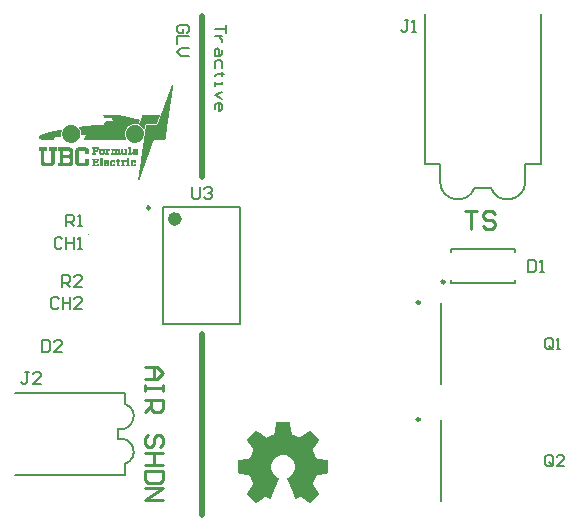
<source format=gto>
G04 Layer_Color=65535*
%FSLAX44Y44*%
%MOMM*%
G71*
G01*
G75*
%ADD17C,0.2500*%
%ADD23C,0.2000*%
%ADD24C,0.1000*%
%ADD25C,0.6000*%
%ADD26C,0.5000*%
%ADD27C,0.0127*%
D17*
X344750Y183750D02*
G03*
X344750Y183750I-1250J0D01*
G01*
X365750Y201250D02*
G03*
X365750Y201250I-1250J0D01*
G01*
X116250Y263850D02*
G03*
X116250Y263850I-1250J0D01*
G01*
X344750Y84750D02*
G03*
X344750Y84750I-1250J0D01*
G01*
X383000Y261245D02*
X392997D01*
X387998D01*
Y246250D01*
X407992Y258746D02*
X405493Y261245D01*
X400494D01*
X397995Y258746D01*
Y256247D01*
X400494Y253748D01*
X405493D01*
X407992Y251248D01*
Y248749D01*
X405493Y246250D01*
X400494D01*
X397995Y248749D01*
X112250Y128750D02*
X122247D01*
X127245Y123752D01*
X122247Y118753D01*
X112250D01*
X119748D01*
Y128750D01*
X127245Y113755D02*
Y108757D01*
Y111256D01*
X112250D01*
Y113755D01*
Y108757D01*
Y101259D02*
X127245D01*
Y93761D01*
X124746Y91262D01*
X119748D01*
X117248Y93761D01*
Y101259D01*
Y96260D02*
X112250Y91262D01*
X124746Y61272D02*
X127245Y63771D01*
Y68769D01*
X124746Y71269D01*
X122247D01*
X119748Y68769D01*
Y63771D01*
X117248Y61272D01*
X114749D01*
X112250Y63771D01*
Y68769D01*
X114749Y71269D01*
X127245Y56273D02*
X112250D01*
X119748D01*
Y46277D01*
X127245D01*
X112250D01*
X127245Y41278D02*
X112250D01*
Y33781D01*
X114749Y31282D01*
X124746D01*
X127245Y33781D01*
Y41278D01*
X112250Y26283D02*
X127245D01*
X112250Y16286D01*
X127245D01*
D23*
X95134Y47118D02*
G03*
X89062Y68227I-3634J10382D01*
G01*
Y76774D02*
G03*
X95134Y97883I2438J10726D01*
G01*
X404860Y280993D02*
G03*
X434000Y286000I14140J5007D01*
G01*
X362000D02*
G03*
X391140Y280993I15000J0D01*
G01*
X362500Y115000D02*
Y183000D01*
X371000Y200000D02*
X425000D01*
X371000Y229000D02*
X425000D01*
Y200000D02*
Y202750D01*
X371000Y200000D02*
Y202750D01*
X425000Y226250D02*
Y229000D01*
X371000Y226250D02*
Y229000D01*
X95000Y37500D02*
Y47000D01*
X2000Y37500D02*
X95000D01*
X89000Y68250D02*
Y76750D01*
X95000Y98000D02*
Y107500D01*
X2000D02*
X95000D01*
X127250Y165500D02*
Y264500D01*
X192750Y165500D02*
Y264500D01*
X127250D02*
X192750D01*
X127250Y165500D02*
X192750D01*
X362500Y16000D02*
Y84000D01*
X434000Y301000D02*
X447000D01*
X434000Y286000D02*
Y301000D01*
X362000Y286000D02*
Y301000D01*
X349000D02*
X362000D01*
X349000D02*
Y428000D01*
X391250Y281000D02*
X404750D01*
X447000Y301000D02*
Y428000D01*
X457164Y145666D02*
Y152331D01*
X455498Y153997D01*
X452166D01*
X450500Y152331D01*
Y145666D01*
X452166Y144000D01*
X455498D01*
X453832Y147332D02*
X457164Y144000D01*
X455498D02*
X457164Y145666D01*
X460497Y144000D02*
X463829D01*
X462163D01*
Y153997D01*
X460497Y152331D01*
X436500Y219497D02*
Y209500D01*
X441498D01*
X443164Y211166D01*
Y217831D01*
X441498Y219497D01*
X436500D01*
X446497Y209500D02*
X449829D01*
X448163D01*
Y219497D01*
X446497Y217831D01*
X335164Y422997D02*
X331832D01*
X333498D01*
Y414666D01*
X331832Y413000D01*
X330166D01*
X328500Y414666D01*
X338497Y413000D02*
X341829D01*
X340163D01*
Y422997D01*
X338497Y421330D01*
X42000Y197250D02*
Y207247D01*
X46998D01*
X48664Y205581D01*
Y202248D01*
X46998Y200582D01*
X42000D01*
X45332D02*
X48664Y197250D01*
X58661D02*
X51997D01*
X58661Y203915D01*
Y205581D01*
X56995Y207247D01*
X53663D01*
X51997Y205581D01*
X13664Y124497D02*
X10332D01*
X11998D01*
Y116166D01*
X10332Y114500D01*
X8666D01*
X7000Y116166D01*
X23661Y114500D02*
X16997D01*
X23661Y121165D01*
Y122831D01*
X21995Y124497D01*
X18663D01*
X16997Y122831D01*
X151750Y281497D02*
Y273166D01*
X153416Y271500D01*
X156748D01*
X158414Y273166D01*
Y281497D01*
X161747Y279831D02*
X163413Y281497D01*
X166745D01*
X168411Y279831D01*
Y278165D01*
X166745Y276498D01*
X165079D01*
X166745D01*
X168411Y274832D01*
Y273166D01*
X166745Y271500D01*
X163413D01*
X161747Y273166D01*
X45250Y248250D02*
Y258247D01*
X50248D01*
X51915Y256581D01*
Y253248D01*
X50248Y251582D01*
X45250D01*
X48582D02*
X51915Y248250D01*
X55247D02*
X58579D01*
X56913D01*
Y258247D01*
X55247Y256581D01*
X457164Y46666D02*
Y53331D01*
X455498Y54997D01*
X452166D01*
X450500Y53331D01*
Y46666D01*
X452166Y45000D01*
X455498D01*
X453832Y48332D02*
X457164Y45000D01*
X455498D02*
X457164Y46666D01*
X467161Y45000D02*
X460497D01*
X467161Y51665D01*
Y53331D01*
X465495Y54997D01*
X462163D01*
X460497Y53331D01*
X24750Y151997D02*
Y142000D01*
X29748D01*
X31414Y143666D01*
Y150331D01*
X29748Y151997D01*
X24750D01*
X41411Y142000D02*
X34747D01*
X41411Y148665D01*
Y150331D01*
X39745Y151997D01*
X36413D01*
X34747Y150331D01*
X147331Y412336D02*
X148997Y414002D01*
Y417334D01*
X147331Y419000D01*
X140666D01*
X139000Y417334D01*
Y414002D01*
X140666Y412336D01*
X143998D01*
Y415668D01*
X148997Y409003D02*
X139000D01*
Y402339D01*
X148997Y399006D02*
X142332D01*
X139000Y395674D01*
X142332Y392342D01*
X148997D01*
X180997Y419000D02*
Y412336D01*
Y415668D01*
X171000D01*
X177665Y409003D02*
X171000D01*
X174332D01*
X175998Y407337D01*
X177665Y405671D01*
Y404005D01*
Y397340D02*
Y394008D01*
X175998Y392342D01*
X171000D01*
Y397340D01*
X172666Y399006D01*
X174332Y397340D01*
Y392342D01*
X177665Y382345D02*
Y387343D01*
X175998Y389010D01*
X172666D01*
X171000Y387343D01*
Y382345D01*
X179331Y377347D02*
X177665D01*
Y379013D01*
Y375681D01*
Y377347D01*
X172666D01*
X171000Y375681D01*
Y370682D02*
Y367350D01*
Y369016D01*
X177665D01*
Y370682D01*
Y362352D02*
X171000Y359019D01*
X177665Y355687D01*
X171000Y347356D02*
Y350689D01*
X172666Y352355D01*
X175998D01*
X177665Y350689D01*
Y347356D01*
X175998Y345690D01*
X174332D01*
Y352355D01*
X42165Y237581D02*
X40498Y239247D01*
X37166D01*
X35500Y237581D01*
Y230916D01*
X37166Y229250D01*
X40498D01*
X42165Y230916D01*
X45497Y239247D02*
Y229250D01*
Y234248D01*
X52161D01*
Y239247D01*
Y229250D01*
X55494D02*
X58826D01*
X57160D01*
Y239247D01*
X55494Y237581D01*
X38914Y186581D02*
X37248Y188247D01*
X33916D01*
X32250Y186581D01*
Y179916D01*
X33916Y178250D01*
X37248D01*
X38914Y179916D01*
X42247Y188247D02*
Y178250D01*
Y183248D01*
X48911D01*
Y188247D01*
Y178250D01*
X58908D02*
X52244D01*
X58908Y184914D01*
Y186581D01*
X57242Y188247D01*
X53910D01*
X52244Y186581D01*
D24*
X64379Y241121D02*
G03*
X64379Y241121I-500J0D01*
G01*
Y190121D02*
G03*
X64379Y190121I-500J0D01*
G01*
X88750Y138500D02*
G03*
X88750Y138500I-500J0D01*
G01*
D25*
X140250Y254500D02*
G03*
X140250Y254500I-3000J0D01*
G01*
D26*
X160000Y290000D02*
Y426500D01*
Y3500D02*
Y157000D01*
D27*
X106275Y288337D02*
X106529D01*
X106275Y288464D02*
X106529D01*
X106275Y288591D02*
X106529D01*
X106402Y288718D02*
X106656D01*
X106402Y288845D02*
X106656D01*
X106402Y288972D02*
X106783D01*
X106402Y289099D02*
X106783D01*
X106402Y289226D02*
X106783D01*
X106402Y289353D02*
X106910D01*
X106402Y289480D02*
X106910D01*
X106529Y289607D02*
X106910D01*
X106529Y289734D02*
X107037D01*
X106529Y289861D02*
X107037D01*
X106529Y289988D02*
X107037D01*
X106529Y290115D02*
X107164D01*
X106529Y290242D02*
X107164D01*
X106656Y290369D02*
X107164D01*
X106656Y290496D02*
X107291D01*
X106656Y290623D02*
X107291D01*
X106656Y290750D02*
X107418D01*
X106656Y290877D02*
X107418D01*
X106656Y291004D02*
X107418D01*
X106656Y291131D02*
X107545D01*
X106783Y291258D02*
X107545D01*
X106783Y291385D02*
X107545D01*
X106783Y291512D02*
X107672D01*
X106783Y291639D02*
X107672D01*
X106783Y291766D02*
X107672D01*
X106783Y291893D02*
X107799D01*
X106783Y292020D02*
X107799D01*
X106910Y292147D02*
X107926D01*
X106910Y292274D02*
X107926D01*
X106910Y292401D02*
X107926D01*
X106910Y292528D02*
X108053D01*
X106910Y292655D02*
X108053D01*
X106910Y292782D02*
X108053D01*
X106910Y292909D02*
X108180D01*
X107037Y293036D02*
X108180D01*
X107037Y293163D02*
X108180D01*
X107037Y293290D02*
X108307D01*
X107037Y293417D02*
X108307D01*
X107037Y293544D02*
X108307D01*
X107037Y293671D02*
X108434D01*
X107164Y293798D02*
X108434D01*
X107164Y293925D02*
X108561D01*
X107164Y294052D02*
X108561D01*
X107164Y294179D02*
X108561D01*
X107164Y294306D02*
X108688D01*
X107164Y294433D02*
X108688D01*
X107164Y294560D02*
X108688D01*
X107291Y294687D02*
X108815D01*
X107291Y294814D02*
X108815D01*
X107291Y294941D02*
X108815D01*
X107291Y295068D02*
X108942D01*
X107291Y295195D02*
X108942D01*
X107291Y295322D02*
X109069D01*
X107291Y295449D02*
X109069D01*
X107418Y295576D02*
X109069D01*
X107418Y295703D02*
X109196D01*
X107418Y295830D02*
X109196D01*
X107418Y295957D02*
X109196D01*
X107418Y296084D02*
X109323D01*
X107418Y296211D02*
X109323D01*
X107418Y296338D02*
X109323D01*
X107545Y296465D02*
X109450D01*
X107545Y296592D02*
X109450D01*
X107545Y296719D02*
X109450D01*
X107545Y296846D02*
X109577D01*
X107545Y296973D02*
X109577D01*
X107545Y297100D02*
X109704D01*
X107672Y297227D02*
X109704D01*
X107672Y297354D02*
X109704D01*
X107672Y297481D02*
X109831D01*
X107672Y297608D02*
X109831D01*
X107672Y297735D02*
X109831D01*
X107672Y297862D02*
X109958D01*
X107672Y297989D02*
X109958D01*
X107799Y298116D02*
X109958D01*
X107799Y298243D02*
X110085D01*
X107799Y298370D02*
X110085D01*
X107799Y298497D02*
X110212D01*
X107799Y298624D02*
X110212D01*
X107799Y298751D02*
X110212D01*
X107799Y298878D02*
X110339D01*
X107926Y299005D02*
X110339D01*
X107926Y299132D02*
X110339D01*
X107926Y299259D02*
X110466D01*
X107926Y299386D02*
X110466D01*
X107926Y299513D02*
X110466D01*
X107926Y299640D02*
X110593D01*
X107926Y299767D02*
X110593D01*
X108053Y299894D02*
X110593D01*
X100433D02*
X102846D01*
X96115D02*
X98401D01*
X91670D02*
X94083D01*
X88876D02*
X90273D01*
X83288D02*
X85701D01*
X77954D02*
X80367D01*
X73636D02*
X75922D01*
X67413D02*
X72112D01*
X108053Y300021D02*
X110720D01*
X100306D02*
X103100D01*
X96115D02*
X98401D01*
X91670D02*
X94083D01*
X88622D02*
X90273D01*
X83034D02*
X85955D01*
X77700D02*
X80621D01*
X73636D02*
X75922D01*
X67413D02*
X72112D01*
X108053Y300148D02*
X110720D01*
X100179D02*
X103227D01*
X96115D02*
X98401D01*
X91670D02*
X94083D01*
X88495D02*
X90273D01*
X82907D02*
X86082D01*
X77573D02*
X80748D01*
X73636D02*
X75922D01*
X67413D02*
X72112D01*
X55475D02*
X61444D01*
X38076D02*
X48363D01*
X26265D02*
X32361D01*
X108053Y300275D02*
X110847D01*
X100052D02*
X103354D01*
X96115D02*
X98401D01*
X91670D02*
X94083D01*
X88495D02*
X90273D01*
X82907D02*
X86082D01*
X77573D02*
X80875D01*
X73636D02*
X75922D01*
X67413D02*
X72112D01*
X54840D02*
X62079D01*
X38076D02*
X48871D01*
X25757D02*
X32996D01*
X108053Y300402D02*
X110847D01*
X99925D02*
X103354D01*
X96115D02*
X98401D01*
X91670D02*
X94083D01*
X88368D02*
X90273D01*
X82780D02*
X86209D01*
X77446D02*
X80875D01*
X73636D02*
X75922D01*
X67413D02*
X72112D01*
X54459D02*
X62460D01*
X38076D02*
X49252D01*
X25376D02*
X33377D01*
X108053Y300529D02*
X110847D01*
X99925D02*
X103354D01*
X96877D02*
X97766D01*
X92432D02*
X93194D01*
X88368D02*
X90273D01*
X82780D02*
X86209D01*
X77446D02*
X81002D01*
X74398D02*
X75287D01*
X67413D02*
X72112D01*
X54205D02*
X62587D01*
X38076D02*
X49379D01*
X25122D02*
X33631D01*
X108180Y300656D02*
X110974D01*
X102465D02*
X103481D01*
X99925D02*
X100941D01*
X96877D02*
X97766D01*
X92432D02*
X93194D01*
X88368D02*
X89257D01*
X85193D02*
X86209D01*
X82780D02*
X83669D01*
X79986D02*
X81002D01*
X77446D02*
X78335D01*
X74398D02*
X75287D01*
X71223D02*
X72112D01*
X68302D02*
X69191D01*
X54078D02*
X62841D01*
X38076D02*
X49633D01*
X24995D02*
X33758D01*
X108180Y300783D02*
X110974D01*
X102592D02*
X103481D01*
X99925D02*
X100814D01*
X96877D02*
X97766D01*
X92432D02*
X93194D01*
X88368D02*
X89257D01*
X85320D02*
X86209D01*
X82653D02*
X83542D01*
X80113D02*
X81002D01*
X77446D02*
X78335D01*
X74398D02*
X75287D01*
X71223D02*
X72112D01*
X68302D02*
X69191D01*
X53951D02*
X62968D01*
X38076D02*
X49760D01*
X24868D02*
X33885D01*
X108180Y300910D02*
X110974D01*
X102592D02*
X103481D01*
X99925D02*
X100687D01*
X96877D02*
X97766D01*
X92432D02*
X93194D01*
X88368D02*
X89130D01*
X85447D02*
X86209D01*
X82653D02*
X83542D01*
X80113D02*
X81002D01*
X77446D02*
X78208D01*
X74398D02*
X75287D01*
X71223D02*
X72112D01*
X68302D02*
X69191D01*
X53824D02*
X63095D01*
X38076D02*
X49887D01*
X24741D02*
X34012D01*
X108180Y301037D02*
X111101D01*
X102592D02*
X103481D01*
X99925D02*
X100687D01*
X96877D02*
X97766D01*
X92432D02*
X93194D01*
X88368D02*
X89130D01*
X85447D02*
X86209D01*
X82653D02*
X83542D01*
X80113D02*
X81002D01*
X77446D02*
X78208D01*
X74398D02*
X75287D01*
X71223D02*
X72112D01*
X68302D02*
X69191D01*
X53697D02*
X63222D01*
X38076D02*
X49887D01*
X24614D02*
X34139D01*
X108180Y301164D02*
X111101D01*
X102592D02*
X103481D01*
X99925D02*
X100687D01*
X96877D02*
X97766D01*
X92432D02*
X93194D01*
X88368D02*
X89130D01*
X85447D02*
X86209D01*
X82653D02*
X83542D01*
X80113D02*
X81002D01*
X77446D02*
X78208D01*
X74398D02*
X75287D01*
X71223D02*
X72112D01*
X68302D02*
X69191D01*
X53570D02*
X63349D01*
X38076D02*
X50014D01*
X24487D02*
X34266D01*
X108180Y301291D02*
X111101D01*
X102592D02*
X103481D01*
X99925D02*
X100687D01*
X96877D02*
X97766D01*
X92432D02*
X93194D01*
X88368D02*
X89130D01*
X85447D02*
X86209D01*
X82653D02*
X83542D01*
X80113D02*
X81002D01*
X77446D02*
X78208D01*
X74398D02*
X75287D01*
X71223D02*
X72112D01*
X68302D02*
X69191D01*
X53570D02*
X63349D01*
X38076D02*
X50141D01*
X24360D02*
X34266D01*
X108180Y301418D02*
X111228D01*
X102592D02*
X103481D01*
X99925D02*
X100687D01*
X96877D02*
X97766D01*
X92432D02*
X93194D01*
X88368D02*
X89130D01*
X85447D02*
X86209D01*
X82653D02*
X83542D01*
X77446D02*
X78208D01*
X74398D02*
X75287D01*
X71223D02*
X72112D01*
X68302D02*
X69191D01*
X53443D02*
X63476D01*
X38076D02*
X50141D01*
X24360D02*
X34393D01*
X108307Y301545D02*
X111228D01*
X99925D02*
X100687D01*
X96877D02*
X97766D01*
X92432D02*
X93194D01*
X88368D02*
X89130D01*
X82653D02*
X83542D01*
X77446D02*
X78208D01*
X74398D02*
X75287D01*
X68302D02*
X69191D01*
X53443D02*
X63476D01*
X38076D02*
X50268D01*
X24233D02*
X34393D01*
X108307Y301672D02*
X111355D01*
X99925D02*
X100687D01*
X96877D02*
X97766D01*
X92432D02*
X93194D01*
X88368D02*
X89130D01*
X82653D02*
X83542D01*
X77446D02*
X78208D01*
X74398D02*
X75287D01*
X68302D02*
X69191D01*
X53316D02*
X63603D01*
X38076D02*
X50268D01*
X24233D02*
X34520D01*
X108307Y301799D02*
X111355D01*
X99925D02*
X100687D01*
X96877D02*
X97766D01*
X92432D02*
X93194D01*
X88368D02*
X89130D01*
X82653D02*
X83542D01*
X77446D02*
X78208D01*
X74398D02*
X75287D01*
X68302D02*
X69191D01*
X53316D02*
X63603D01*
X38076D02*
X50268D01*
X24233D02*
X34520D01*
X108307Y301926D02*
X111355D01*
X99925D02*
X100687D01*
X96877D02*
X97766D01*
X92432D02*
X93194D01*
X88368D02*
X89130D01*
X82653D02*
X83542D01*
X77446D02*
X81002D01*
X74398D02*
X75287D01*
X68302D02*
X69191D01*
X53189D02*
X63603D01*
X38076D02*
X50395D01*
X24106D02*
X34647D01*
X108307Y302053D02*
X111482D01*
X99925D02*
X100687D01*
X96877D02*
X97766D01*
X92432D02*
X93194D01*
X88368D02*
X89130D01*
X82653D02*
X83542D01*
X77446D02*
X81002D01*
X74398D02*
X75287D01*
X68302D02*
X69191D01*
X53189D02*
X63730D01*
X40108D02*
X50395D01*
X24106D02*
X34647D01*
X108307Y302180D02*
X111482D01*
X99925D02*
X100687D01*
X96877D02*
X97766D01*
X92432D02*
X93194D01*
X88368D02*
X89130D01*
X82653D02*
X83542D01*
X77446D02*
X81002D01*
X74398D02*
X75287D01*
X68302D02*
X69191D01*
X61063D02*
X63730D01*
X53189D02*
X55856D01*
X47855D02*
X50395D01*
X40108D02*
X42140D01*
X31980D02*
X34647D01*
X24106D02*
X26773D01*
X108307Y302307D02*
X111482D01*
X99925D02*
X100687D01*
X96877D02*
X97766D01*
X92432D02*
X93194D01*
X88368D02*
X89130D01*
X82653D02*
X83542D01*
X77446D02*
X81002D01*
X74398D02*
X75287D01*
X68302D02*
X69191D01*
X61317D02*
X63730D01*
X53189D02*
X55602D01*
X47982D02*
X50522D01*
X40108D02*
X42140D01*
X32234D02*
X34647D01*
X24106D02*
X26519D01*
X108434Y302434D02*
X111609D01*
X99925D02*
X100687D01*
X96877D02*
X97766D01*
X92432D02*
X93194D01*
X88368D02*
X89130D01*
X82653D02*
X83542D01*
X77446D02*
X81002D01*
X74398D02*
X75287D01*
X68302D02*
X71477D01*
X61444D02*
X63730D01*
X53189D02*
X55475D01*
X48109D02*
X50522D01*
X40108D02*
X42140D01*
X32361D02*
X34647D01*
X23979D02*
X26392D01*
X108434Y302561D02*
X111609D01*
X99925D02*
X100687D01*
X96877D02*
X97766D01*
X92432D02*
X93194D01*
X88368D02*
X89130D01*
X82653D02*
X83542D01*
X80113D02*
X81002D01*
X77446D02*
X78208D01*
X74398D02*
X75287D01*
X68302D02*
X71477D01*
X61571D02*
X63730D01*
X53189D02*
X55348D01*
X48236D02*
X50522D01*
X40108D02*
X42140D01*
X32488D02*
X34647D01*
X23979D02*
X26265D01*
X108434Y302688D02*
X111609D01*
X99925D02*
X100687D01*
X96877D02*
X97766D01*
X92432D02*
X93194D01*
X88368D02*
X89130D01*
X82653D02*
X83542D01*
X80113D02*
X81002D01*
X77446D02*
X78208D01*
X74398D02*
X75287D01*
X68302D02*
X71477D01*
X61571D02*
X63730D01*
X53062D02*
X55348D01*
X48236D02*
X50522D01*
X40108D02*
X42140D01*
X32488D02*
X34774D01*
X23979D02*
X26265D01*
X108434Y302815D02*
X111736D01*
X102592D02*
X103481D01*
X99925D02*
X100687D01*
X96877D02*
X97766D01*
X92432D02*
X93194D01*
X88368D02*
X89130D01*
X85447D02*
X86209D01*
X82653D02*
X83542D01*
X80113D02*
X81002D01*
X77446D02*
X78208D01*
X74398D02*
X75287D01*
X68302D02*
X71477D01*
X61571D02*
X63730D01*
X53062D02*
X55348D01*
X48236D02*
X50522D01*
X40108D02*
X42140D01*
X32488D02*
X34774D01*
X23979D02*
X26138D01*
X108434Y302942D02*
X111736D01*
X102592D02*
X103481D01*
X99925D02*
X100687D01*
X96877D02*
X97766D01*
X92432D02*
X93194D01*
X88368D02*
X89130D01*
X85447D02*
X86209D01*
X82653D02*
X83542D01*
X80113D02*
X81002D01*
X77446D02*
X78208D01*
X74398D02*
X75287D01*
X68302D02*
X71477D01*
X61571D02*
X63730D01*
X53062D02*
X55221D01*
X48363D02*
X50522D01*
X40108D02*
X42140D01*
X32615D02*
X34774D01*
X23979D02*
X26138D01*
X108434Y303069D02*
X111736D01*
X102592D02*
X103481D01*
X99925D02*
X100687D01*
X96877D02*
X97766D01*
X92432D02*
X93194D01*
X88368D02*
X89130D01*
X85447D02*
X86209D01*
X82653D02*
X83542D01*
X80113D02*
X81002D01*
X77446D02*
X78208D01*
X74398D02*
X75287D01*
X68302D02*
X71477D01*
X61571D02*
X63730D01*
X53062D02*
X55221D01*
X48363D02*
X50522D01*
X40108D02*
X42140D01*
X32615D02*
X34774D01*
X23979D02*
X26138D01*
X108434Y303196D02*
X111863D01*
X102592D02*
X103481D01*
X99925D02*
X100687D01*
X96877D02*
X97766D01*
X92432D02*
X93321D01*
X88368D02*
X89130D01*
X85447D02*
X86209D01*
X82653D02*
X83542D01*
X80113D02*
X81002D01*
X77446D02*
X78208D01*
X74398D02*
X75287D01*
X68302D02*
X71477D01*
X61698D02*
X63730D01*
X53062D02*
X55221D01*
X48363D02*
X50522D01*
X40108D02*
X42140D01*
X32615D02*
X34774D01*
X23979D02*
X26138D01*
X108561Y303323D02*
X111863D01*
X102592D02*
X103481D01*
X99925D02*
X100814D01*
X96877D02*
X97766D01*
X92432D02*
X93575D01*
X88368D02*
X89130D01*
X85320D02*
X86209D01*
X82653D02*
X83542D01*
X80113D02*
X81002D01*
X77446D02*
X78208D01*
X74398D02*
X75287D01*
X68302D02*
X69191D01*
X61698D02*
X63730D01*
X53062D02*
X55221D01*
X48363D02*
X50649D01*
X40108D02*
X42140D01*
X32615D02*
X34774D01*
X23979D02*
X26138D01*
X108561Y303450D02*
X111990D01*
X102465D02*
X103481D01*
X99925D02*
X100814D01*
X96877D02*
X97766D01*
X92432D02*
X93956D01*
X88368D02*
X89130D01*
X85320D02*
X86209D01*
X82653D02*
X83669D01*
X80113D02*
X81002D01*
X77446D02*
X78335D01*
X74398D02*
X75287D01*
X68302D02*
X69191D01*
X61698D02*
X63730D01*
X53062D02*
X55221D01*
X48363D02*
X50649D01*
X40108D02*
X42140D01*
X32615D02*
X34774D01*
X23979D02*
X26138D01*
X108561Y303577D02*
X111990D01*
X102338D02*
X103481D01*
X99925D02*
X100941D01*
X96877D02*
X97766D01*
X92432D02*
X94845D01*
X88368D02*
X89130D01*
X85193D02*
X86209D01*
X82780D02*
X83796D01*
X79986D02*
X81002D01*
X77446D02*
X78335D01*
X74398D02*
X75287D01*
X68302D02*
X69191D01*
X61698D02*
X63730D01*
X53062D02*
X55221D01*
X48363D02*
X50649D01*
X40108D02*
X42140D01*
X32615D02*
X34774D01*
X23979D02*
X26138D01*
X108561Y303704D02*
X111990D01*
X99925D02*
X103354D01*
X96115D02*
X97766D01*
X91670D02*
X94845D01*
X87606D02*
X90273D01*
X82780D02*
X86209D01*
X77446D02*
X81002D01*
X74398D02*
X75287D01*
X68302D02*
X69191D01*
X61698D02*
X63730D01*
X53062D02*
X55221D01*
X48363D02*
X50649D01*
X40108D02*
X42140D01*
X32615D02*
X34774D01*
X23979D02*
X26138D01*
X108561Y303831D02*
X112117D01*
X99925D02*
X103354D01*
X96115D02*
X97766D01*
X91670D02*
X94845D01*
X87606D02*
X90273D01*
X82780D02*
X86209D01*
X77446D02*
X80875D01*
X74398D02*
X75287D01*
X68302D02*
X69191D01*
X61698D02*
X63730D01*
X53062D02*
X55221D01*
X48490D02*
X50649D01*
X40108D02*
X42140D01*
X32615D02*
X34774D01*
X23979D02*
X26138D01*
X108561Y303958D02*
X112117D01*
X100052D02*
X103354D01*
X96115D02*
X97766D01*
X93321D02*
X94845D01*
X91670D02*
X93194D01*
X87606D02*
X90273D01*
X82907D02*
X86082D01*
X77573D02*
X80875D01*
X74398D02*
X75287D01*
X68302D02*
X69191D01*
X61698D02*
X63730D01*
X53062D02*
X55221D01*
X48490D02*
X50649D01*
X40108D02*
X42140D01*
X32615D02*
X34774D01*
X23979D02*
X26138D01*
X108688Y304085D02*
X112117D01*
X100179D02*
X103227D01*
X96115D02*
X97766D01*
X93575D02*
X94845D01*
X91670D02*
X93194D01*
X87606D02*
X90273D01*
X82907D02*
X85955D01*
X77700D02*
X80748D01*
X74398D02*
X75287D01*
X71223D02*
X72112D01*
X68302D02*
X69191D01*
X61698D02*
X63730D01*
X53062D02*
X55221D01*
X48490D02*
X50649D01*
X40108D02*
X42140D01*
X32615D02*
X34774D01*
X23979D02*
X26138D01*
X108688Y304212D02*
X112244D01*
X100306D02*
X103100D01*
X96115D02*
X97766D01*
X93702D02*
X94845D01*
X91670D02*
X93194D01*
X87606D02*
X90273D01*
X83161D02*
X85828D01*
X77827D02*
X80621D01*
X74398D02*
X75287D01*
X71223D02*
X72112D01*
X68302D02*
X69191D01*
X61698D02*
X63730D01*
X53062D02*
X55221D01*
X48490D02*
X50649D01*
X40108D02*
X42140D01*
X32615D02*
X34774D01*
X23979D02*
X26138D01*
X108688Y304339D02*
X112244D01*
X100560D02*
X102719D01*
X96115D02*
X97766D01*
X94083D02*
X94845D01*
X91670D02*
X93194D01*
X87606D02*
X90273D01*
X83415D02*
X85574D01*
X78081D02*
X80367D01*
X74398D02*
X75287D01*
X71223D02*
X72112D01*
X68302D02*
X69191D01*
X61698D02*
X63730D01*
X53062D02*
X55221D01*
X48490D02*
X50649D01*
X40108D02*
X42140D01*
X32615D02*
X34774D01*
X23979D02*
X26138D01*
X108688Y304466D02*
X112244D01*
X88368D02*
X89130D01*
X74398D02*
X75287D01*
X71223D02*
X72112D01*
X68302D02*
X69191D01*
X61698D02*
X63730D01*
X53062D02*
X55221D01*
X48490D02*
X50649D01*
X40108D02*
X42140D01*
X32615D02*
X34774D01*
X23979D02*
X26138D01*
X108688Y304593D02*
X112371D01*
X88368D02*
X89130D01*
X74398D02*
X75287D01*
X71223D02*
X72112D01*
X68302D02*
X69191D01*
X61698D02*
X63730D01*
X53062D02*
X55221D01*
X48490D02*
X50649D01*
X40108D02*
X42140D01*
X32615D02*
X34774D01*
X23979D02*
X26138D01*
X108688Y304720D02*
X112371D01*
X88368D02*
X89130D01*
X74398D02*
X75287D01*
X71223D02*
X72112D01*
X68302D02*
X69191D01*
X61698D02*
X63730D01*
X53062D02*
X55221D01*
X48490D02*
X50649D01*
X40108D02*
X42140D01*
X32615D02*
X34774D01*
X23979D02*
X26138D01*
X108688Y304847D02*
X112498D01*
X88368D02*
X89130D01*
X74398D02*
X75287D01*
X71223D02*
X72112D01*
X68302D02*
X69191D01*
X61698D02*
X63730D01*
X53062D02*
X55221D01*
X48490D02*
X50649D01*
X40108D02*
X42140D01*
X32615D02*
X34774D01*
X23979D02*
X26138D01*
X108815Y304974D02*
X112498D01*
X96877D02*
X97766D01*
X88368D02*
X89130D01*
X74398D02*
X75287D01*
X67413D02*
X72112D01*
X61698D02*
X63730D01*
X53062D02*
X55221D01*
X48490D02*
X50649D01*
X40108D02*
X42140D01*
X32615D02*
X34774D01*
X23979D02*
X26138D01*
X108815Y305101D02*
X112498D01*
X96877D02*
X97766D01*
X88368D02*
X89130D01*
X74398D02*
X75287D01*
X67413D02*
X72112D01*
X53062D02*
X55221D01*
X48490D02*
X50649D01*
X40108D02*
X42140D01*
X32615D02*
X34774D01*
X23979D02*
X26138D01*
X108815Y305228D02*
X112625D01*
X96877D02*
X97766D01*
X88368D02*
X89130D01*
X74398D02*
X75287D01*
X67413D02*
X72112D01*
X53062D02*
X55221D01*
X48490D02*
X50649D01*
X40108D02*
X42140D01*
X32615D02*
X34774D01*
X23979D02*
X26138D01*
X108815Y305355D02*
X112625D01*
X96877D02*
X97766D01*
X88368D02*
X89130D01*
X73636D02*
X75287D01*
X67413D02*
X72112D01*
X53062D02*
X55221D01*
X48363D02*
X50649D01*
X40108D02*
X42140D01*
X32615D02*
X34774D01*
X23979D02*
X26138D01*
X108815Y305482D02*
X112625D01*
X96877D02*
X97766D01*
X73636D02*
X75287D01*
X67413D02*
X72112D01*
X53062D02*
X55221D01*
X48363D02*
X50522D01*
X40108D02*
X42140D01*
X32615D02*
X34774D01*
X23979D02*
X26138D01*
X108815Y305609D02*
X112752D01*
X96877D02*
X97766D01*
X73636D02*
X75287D01*
X67413D02*
X72112D01*
X53062D02*
X55221D01*
X48363D02*
X50522D01*
X40108D02*
X42140D01*
X32615D02*
X34774D01*
X23979D02*
X26138D01*
X108815Y305736D02*
X112752D01*
X96877D02*
X97766D01*
X73636D02*
X75287D01*
X53062D02*
X55221D01*
X48363D02*
X50522D01*
X40108D02*
X42140D01*
X32615D02*
X34774D01*
X23979D02*
X26138D01*
X108942Y305863D02*
X112752D01*
X73636D02*
X75287D01*
X53062D02*
X55221D01*
X48363D02*
X50522D01*
X40108D02*
X42140D01*
X32615D02*
X34774D01*
X23979D02*
X26138D01*
X108942Y305990D02*
X112879D01*
X53062D02*
X55221D01*
X48363D02*
X50522D01*
X40108D02*
X42140D01*
X32615D02*
X34774D01*
X23979D02*
X26138D01*
X108942Y306117D02*
X112879D01*
X53062D02*
X55221D01*
X48363D02*
X50522D01*
X40108D02*
X42140D01*
X32615D02*
X34774D01*
X23979D02*
X26138D01*
X108942Y306244D02*
X112879D01*
X53062D02*
X55221D01*
X48236D02*
X50395D01*
X40108D02*
X42140D01*
X32615D02*
X34774D01*
X23979D02*
X26138D01*
X108942Y306371D02*
X113006D01*
X53062D02*
X55221D01*
X48236D02*
X50395D01*
X40108D02*
X42140D01*
X32615D02*
X34774D01*
X23979D02*
X26138D01*
X108942Y306498D02*
X113006D01*
X53062D02*
X55221D01*
X48109D02*
X50395D01*
X40108D02*
X42140D01*
X32615D02*
X34774D01*
X23979D02*
X26138D01*
X108942Y306625D02*
X113133D01*
X53062D02*
X55221D01*
X47982D02*
X50395D01*
X40108D02*
X42140D01*
X32615D02*
X34774D01*
X23979D02*
X26138D01*
X109069Y306752D02*
X113133D01*
X53062D02*
X55221D01*
X47855D02*
X50268D01*
X40108D02*
X42140D01*
X32615D02*
X34774D01*
X23979D02*
X26138D01*
X109069Y306879D02*
X113133D01*
X53062D02*
X55221D01*
X47347D02*
X50268D01*
X40108D02*
X42140D01*
X32615D02*
X34774D01*
X23979D02*
X26138D01*
X109069Y307006D02*
X113260D01*
X53062D02*
X55221D01*
X40108D02*
X50141D01*
X32615D02*
X34774D01*
X23979D02*
X26138D01*
X109069Y307133D02*
X113260D01*
X53062D02*
X55221D01*
X40108D02*
X50014D01*
X32615D02*
X34774D01*
X23979D02*
X26138D01*
X109069Y307260D02*
X113260D01*
X53062D02*
X55221D01*
X40108D02*
X50014D01*
X32615D02*
X34774D01*
X23979D02*
X26138D01*
X109069Y307387D02*
X113387D01*
X53062D02*
X55221D01*
X40108D02*
X49887D01*
X32615D02*
X34774D01*
X23979D02*
X26138D01*
X109196Y307514D02*
X113387D01*
X53062D02*
X55221D01*
X40108D02*
X49760D01*
X32615D02*
X34774D01*
X23979D02*
X26138D01*
X109196Y307641D02*
X113387D01*
X53062D02*
X55221D01*
X40108D02*
X49506D01*
X32615D02*
X34774D01*
X23979D02*
X26138D01*
X109196Y307768D02*
X113514D01*
X53062D02*
X55221D01*
X40108D02*
X49252D01*
X32615D02*
X34774D01*
X23979D02*
X26138D01*
X109196Y307895D02*
X113514D01*
X53062D02*
X55221D01*
X40108D02*
X49379D01*
X32615D02*
X34774D01*
X23979D02*
X26138D01*
X109196Y308022D02*
X113514D01*
X53062D02*
X55221D01*
X40108D02*
X49506D01*
X32615D02*
X34774D01*
X23979D02*
X26138D01*
X109196Y308149D02*
X113641D01*
X53062D02*
X55221D01*
X40108D02*
X49633D01*
X32615D02*
X34774D01*
X23979D02*
X26138D01*
X109196Y308276D02*
X113641D01*
X53062D02*
X55221D01*
X40108D02*
X49760D01*
X32615D02*
X34774D01*
X23979D02*
X26138D01*
X109323Y308403D02*
X113768D01*
X53062D02*
X55221D01*
X40108D02*
X49887D01*
X32615D02*
X34774D01*
X23979D02*
X26138D01*
X109323Y308530D02*
X113768D01*
X53062D02*
X55221D01*
X40108D02*
X50014D01*
X32615D02*
X34774D01*
X23979D02*
X26138D01*
X109323Y308657D02*
X113768D01*
X53062D02*
X55221D01*
X40108D02*
X50014D01*
X32615D02*
X34774D01*
X23979D02*
X26138D01*
X109323Y308784D02*
X113895D01*
X53062D02*
X55221D01*
X47093D02*
X50141D01*
X40108D02*
X42140D01*
X32615D02*
X34774D01*
X23979D02*
X26138D01*
X109323Y308911D02*
X113895D01*
X53062D02*
X55221D01*
X47728D02*
X50141D01*
X40108D02*
X42140D01*
X32615D02*
X34774D01*
X23979D02*
X26138D01*
X109323Y309038D02*
X113895D01*
X53062D02*
X55221D01*
X47855D02*
X50268D01*
X40108D02*
X42140D01*
X32615D02*
X34774D01*
X23979D02*
X26138D01*
X109323Y309165D02*
X114022D01*
X53062D02*
X55221D01*
X47982D02*
X50268D01*
X40108D02*
X42140D01*
X32615D02*
X34774D01*
X23979D02*
X26138D01*
X109450Y309292D02*
X114022D01*
X53062D02*
X55221D01*
X48109D02*
X50268D01*
X40108D02*
X42140D01*
X32615D02*
X34774D01*
X23979D02*
X26138D01*
X109450Y309419D02*
X114022D01*
X93194D02*
X93702D01*
X53062D02*
X55221D01*
X48109D02*
X50268D01*
X40108D02*
X42140D01*
X32615D02*
X34774D01*
X23979D02*
X26138D01*
X109450Y309546D02*
X114149D01*
X104243D02*
X105640D01*
X101957D02*
X103608D01*
X97766D02*
X99925D01*
X94845D02*
X96369D01*
X92559D02*
X94210D01*
X88368D02*
X90527D01*
X85701D02*
X87860D01*
X83034D02*
X85193D01*
X78589D02*
X81002D01*
X74017D02*
X76557D01*
X67413D02*
X70080D01*
X53062D02*
X55221D01*
X48109D02*
X50395D01*
X40108D02*
X42140D01*
X32615D02*
X34774D01*
X23979D02*
X26138D01*
X109450Y309673D02*
X114149D01*
X104243D02*
X105640D01*
X101703D02*
X103862D01*
X97766D02*
X99925D01*
X94845D02*
X96369D01*
X92432D02*
X94464D01*
X88368D02*
X90527D01*
X85701D02*
X87860D01*
X83034D02*
X85193D01*
X78589D02*
X81002D01*
X73890D02*
X76811D01*
X67413D02*
X70080D01*
X53062D02*
X55221D01*
X48236D02*
X50395D01*
X40108D02*
X42140D01*
X32615D02*
X34774D01*
X23979D02*
X26138D01*
X109450Y309800D02*
X114276D01*
X104243D02*
X105640D01*
X101576D02*
X103989D01*
X97766D02*
X99925D01*
X94845D02*
X96369D01*
X92305D02*
X94718D01*
X88368D02*
X90527D01*
X85701D02*
X87860D01*
X83034D02*
X85193D01*
X78589D02*
X81002D01*
X73763D02*
X76938D01*
X67413D02*
X70080D01*
X53062D02*
X55221D01*
X48236D02*
X50395D01*
X40108D02*
X42140D01*
X32615D02*
X34774D01*
X23979D02*
X26138D01*
X109450Y309927D02*
X114276D01*
X104243D02*
X105640D01*
X101576D02*
X104116D01*
X97766D02*
X99925D01*
X92178D02*
X96369D01*
X88368D02*
X90527D01*
X85701D02*
X87860D01*
X83034D02*
X85193D01*
X78589D02*
X81002D01*
X73636D02*
X77065D01*
X67413D02*
X70080D01*
X53062D02*
X55221D01*
X48236D02*
X50395D01*
X40108D02*
X42140D01*
X32615D02*
X34774D01*
X23979D02*
X26138D01*
X109450Y310054D02*
X114276D01*
X101449D02*
X105640D01*
X97766D02*
X99925D01*
X92178D02*
X96369D01*
X88368D02*
X90527D01*
X85701D02*
X87860D01*
X83034D02*
X85193D01*
X78589D02*
X81002D01*
X73636D02*
X77065D01*
X67413D02*
X70080D01*
X53062D02*
X55221D01*
X48236D02*
X50395D01*
X40108D02*
X42140D01*
X32615D02*
X34774D01*
X23979D02*
X26138D01*
X109577Y310181D02*
X114403D01*
X101449D02*
X105005D01*
X98401D02*
X99290D01*
X92178D02*
X95734D01*
X89003D02*
X89892D01*
X86336D02*
X87225D01*
X83796D02*
X84558D01*
X79351D02*
X80113D01*
X73509D02*
X77065D01*
X67413D02*
X70080D01*
X61698D02*
X63730D01*
X53062D02*
X55221D01*
X48236D02*
X50395D01*
X40108D02*
X42140D01*
X32615D02*
X34774D01*
X23979D02*
X26138D01*
X109577Y310308D02*
X114403D01*
X103481D02*
X105005D01*
X101449D02*
X102338D01*
X98401D02*
X99290D01*
X94210D02*
X95734D01*
X92178D02*
X93067D01*
X89003D02*
X89892D01*
X86336D02*
X87225D01*
X83796D02*
X84558D01*
X79351D02*
X80113D01*
X76176D02*
X77065D01*
X73509D02*
X74525D01*
X68302D02*
X69191D01*
X61698D02*
X63730D01*
X53062D02*
X55221D01*
X48236D02*
X50395D01*
X40108D02*
X42140D01*
X32615D02*
X34774D01*
X23979D02*
X26138D01*
X109577Y310435D02*
X114403D01*
X103862D02*
X105005D01*
X101449D02*
X102338D01*
X98401D02*
X99290D01*
X94464D02*
X95734D01*
X92178D02*
X93067D01*
X89003D02*
X89892D01*
X86336D02*
X87225D01*
X83796D02*
X84558D01*
X79351D02*
X80113D01*
X76303D02*
X77192D01*
X73509D02*
X74398D01*
X68302D02*
X69191D01*
X61698D02*
X63730D01*
X53062D02*
X55221D01*
X48236D02*
X50395D01*
X40108D02*
X42140D01*
X32615D02*
X34774D01*
X23979D02*
X26138D01*
X109577Y310562D02*
X114530D01*
X103989D02*
X105005D01*
X101449D02*
X102211D01*
X98401D02*
X99290D01*
X94718D02*
X95734D01*
X92178D02*
X92940D01*
X89003D02*
X89892D01*
X86336D02*
X87225D01*
X83796D02*
X84558D01*
X79351D02*
X80113D01*
X76303D02*
X77192D01*
X73509D02*
X74398D01*
X68302D02*
X69191D01*
X61698D02*
X63730D01*
X53062D02*
X55221D01*
X48236D02*
X50395D01*
X40108D02*
X42140D01*
X32615D02*
X34774D01*
X23979D02*
X26138D01*
X109577Y310689D02*
X114530D01*
X104243D02*
X105005D01*
X101449D02*
X102211D01*
X98401D02*
X99290D01*
X94845D02*
X95734D01*
X92178D02*
X92940D01*
X89003D02*
X89892D01*
X86336D02*
X87225D01*
X83796D02*
X84558D01*
X79351D02*
X80113D01*
X76303D02*
X77192D01*
X73509D02*
X74398D01*
X68302D02*
X69191D01*
X61698D02*
X63730D01*
X53062D02*
X55221D01*
X48236D02*
X50395D01*
X40108D02*
X42140D01*
X32615D02*
X34774D01*
X23979D02*
X26138D01*
X109577Y310816D02*
X114530D01*
X104243D02*
X105005D01*
X101449D02*
X102211D01*
X98401D02*
X99290D01*
X94845D02*
X95734D01*
X92178D02*
X92940D01*
X89003D02*
X89892D01*
X86336D02*
X87225D01*
X83796D02*
X84558D01*
X79351D02*
X80113D01*
X76303D02*
X77192D01*
X73509D02*
X74398D01*
X68302D02*
X69191D01*
X61698D02*
X63730D01*
X53062D02*
X55221D01*
X48236D02*
X50395D01*
X40108D02*
X42140D01*
X32615D02*
X34774D01*
X23979D02*
X26138D01*
X109704Y310943D02*
X114657D01*
X104243D02*
X105005D01*
X101449D02*
X102211D01*
X98401D02*
X99290D01*
X94845D02*
X95734D01*
X92178D02*
X92940D01*
X89003D02*
X89892D01*
X86336D02*
X87225D01*
X83796D02*
X84558D01*
X79351D02*
X80113D01*
X76303D02*
X77192D01*
X73509D02*
X74398D01*
X68302D02*
X69191D01*
X61698D02*
X63730D01*
X53062D02*
X55221D01*
X48236D02*
X50395D01*
X40108D02*
X42140D01*
X32615D02*
X34774D01*
X23979D02*
X26138D01*
X109704Y311070D02*
X114657D01*
X104243D02*
X105005D01*
X101449D02*
X102211D01*
X98401D02*
X99290D01*
X94845D02*
X95734D01*
X92178D02*
X92940D01*
X89003D02*
X89892D01*
X86336D02*
X87225D01*
X83796D02*
X84558D01*
X79351D02*
X80113D01*
X76303D02*
X77192D01*
X73509D02*
X74398D01*
X68302D02*
X69191D01*
X61698D02*
X63730D01*
X53062D02*
X55221D01*
X48236D02*
X50395D01*
X40108D02*
X42140D01*
X32615D02*
X34774D01*
X23979D02*
X26138D01*
X109704Y311197D02*
X114657D01*
X104243D02*
X105005D01*
X101449D02*
X102338D01*
X98401D02*
X99290D01*
X94845D02*
X95734D01*
X92178D02*
X92940D01*
X89003D02*
X89892D01*
X86336D02*
X87225D01*
X83796D02*
X84558D01*
X79351D02*
X80113D01*
X76303D02*
X77192D01*
X73509D02*
X74398D01*
X68302D02*
X69191D01*
X61698D02*
X63730D01*
X53062D02*
X55221D01*
X48236D02*
X50395D01*
X40108D02*
X42140D01*
X32615D02*
X34774D01*
X23979D02*
X26138D01*
X109704Y311324D02*
X114784D01*
X104243D02*
X105005D01*
X101449D02*
X102338D01*
X98401D02*
X99290D01*
X94845D02*
X95734D01*
X92178D02*
X92940D01*
X89003D02*
X89892D01*
X86336D02*
X87225D01*
X83796D02*
X84558D01*
X79351D02*
X80113D01*
X76303D02*
X77192D01*
X73509D02*
X74398D01*
X68302D02*
X69191D01*
X61698D02*
X63730D01*
X53062D02*
X55221D01*
X48236D02*
X50395D01*
X40108D02*
X42140D01*
X32615D02*
X34774D01*
X23979D02*
X26138D01*
X109704Y311451D02*
X114784D01*
X104243D02*
X105005D01*
X101449D02*
X102719D01*
X98401D02*
X99290D01*
X94845D02*
X95734D01*
X92178D02*
X92940D01*
X89003D02*
X89892D01*
X86336D02*
X87225D01*
X83796D02*
X84558D01*
X79351D02*
X80113D01*
X76303D02*
X77192D01*
X73509D02*
X74398D01*
X68302D02*
X69191D01*
X61698D02*
X63730D01*
X53062D02*
X55221D01*
X48236D02*
X50395D01*
X40108D02*
X42140D01*
X32615D02*
X34774D01*
X23979D02*
X26138D01*
X109704Y311578D02*
X114911D01*
X104243D02*
X105005D01*
X101576D02*
X103735D01*
X98401D02*
X99290D01*
X94845D02*
X95734D01*
X92178D02*
X92940D01*
X89003D02*
X89892D01*
X86336D02*
X87225D01*
X83796D02*
X84558D01*
X79351D02*
X80113D01*
X76303D02*
X77192D01*
X73509D02*
X74398D01*
X68302D02*
X69191D01*
X61698D02*
X63730D01*
X53062D02*
X55221D01*
X48236D02*
X50395D01*
X40108D02*
X42140D01*
X32615D02*
X34774D01*
X23979D02*
X26138D01*
X109704Y311705D02*
X114911D01*
X101576D02*
X105005D01*
X98401D02*
X99290D01*
X94845D02*
X95734D01*
X92178D02*
X92940D01*
X89003D02*
X89892D01*
X86336D02*
X87225D01*
X83796D02*
X84558D01*
X79351D02*
X80113D01*
X76303D02*
X77192D01*
X73509D02*
X74398D01*
X68302D02*
X69191D01*
X61698D02*
X63730D01*
X53062D02*
X55221D01*
X48236D02*
X50395D01*
X40108D02*
X42140D01*
X32615D02*
X34774D01*
X23979D02*
X26138D01*
X109831Y311832D02*
X114911D01*
X101703D02*
X105005D01*
X98401D02*
X99290D01*
X94845D02*
X95734D01*
X92178D02*
X92940D01*
X89003D02*
X89892D01*
X86336D02*
X87225D01*
X83796D02*
X84558D01*
X79351D02*
X80113D01*
X76303D02*
X77192D01*
X73509D02*
X74398D01*
X68302D02*
X69191D01*
X61698D02*
X63730D01*
X53062D02*
X55221D01*
X48236D02*
X50395D01*
X40108D02*
X42140D01*
X32615D02*
X34774D01*
X23979D02*
X26138D01*
X109831Y311959D02*
X115038D01*
X101957D02*
X105005D01*
X98401D02*
X99290D01*
X94845D02*
X95734D01*
X92178D02*
X92940D01*
X89003D02*
X89892D01*
X86336D02*
X87225D01*
X83796D02*
X84558D01*
X79351D02*
X80113D01*
X76303D02*
X77192D01*
X73509D02*
X74398D01*
X68302D02*
X69191D01*
X61698D02*
X63730D01*
X53062D02*
X55221D01*
X48236D02*
X50395D01*
X40108D02*
X42140D01*
X32615D02*
X34774D01*
X23979D02*
X26138D01*
X109831Y312086D02*
X115038D01*
X102211D02*
X105005D01*
X98401D02*
X99290D01*
X94845D02*
X95734D01*
X92178D02*
X92940D01*
X89003D02*
X89892D01*
X86336D02*
X87225D01*
X83796D02*
X84558D01*
X79351D02*
X80113D01*
X76303D02*
X77192D01*
X73509D02*
X74398D01*
X68302D02*
X71477D01*
X61571D02*
X63730D01*
X53062D02*
X55221D01*
X48236D02*
X50395D01*
X40108D02*
X42140D01*
X32615D02*
X34774D01*
X23979D02*
X26138D01*
X109831Y312213D02*
X115038D01*
X103481D02*
X105005D01*
X98401D02*
X99290D01*
X94845D02*
X95734D01*
X92178D02*
X92940D01*
X89003D02*
X89892D01*
X86336D02*
X87225D01*
X83796D02*
X84558D01*
X79351D02*
X80113D01*
X76303D02*
X77192D01*
X73509D02*
X74398D01*
X68302D02*
X71477D01*
X61571D02*
X63730D01*
X53062D02*
X55221D01*
X48236D02*
X50395D01*
X40108D02*
X42140D01*
X32615D02*
X34774D01*
X23979D02*
X26138D01*
X109831Y312340D02*
X115165D01*
X104243D02*
X105005D01*
X98401D02*
X99290D01*
X94845D02*
X95734D01*
X92178D02*
X92940D01*
X89003D02*
X89892D01*
X86336D02*
X87225D01*
X83796D02*
X84558D01*
X79351D02*
X80113D01*
X76303D02*
X77192D01*
X73509D02*
X74398D01*
X68302D02*
X71477D01*
X61571D02*
X63730D01*
X53062D02*
X55348D01*
X48109D02*
X50395D01*
X40108D02*
X42140D01*
X32615D02*
X34774D01*
X23979D02*
X26138D01*
X109831Y312467D02*
X115165D01*
X104243D02*
X105005D01*
X98401D02*
X99290D01*
X94845D02*
X95734D01*
X92178D02*
X92940D01*
X89003D02*
X89892D01*
X86336D02*
X87225D01*
X83796D02*
X84558D01*
X79351D02*
X80113D01*
X76303D02*
X77192D01*
X73509D02*
X74398D01*
X68302D02*
X71477D01*
X61571D02*
X63730D01*
X53062D02*
X55348D01*
X48109D02*
X50395D01*
X40108D02*
X42140D01*
X32615D02*
X34774D01*
X23979D02*
X26138D01*
X109831Y312594D02*
X115165D01*
X104243D02*
X105005D01*
X98401D02*
X99290D01*
X94845D02*
X95734D01*
X92178D02*
X92940D01*
X89003D02*
X89892D01*
X86336D02*
X87225D01*
X83796D02*
X84558D01*
X79351D02*
X80113D01*
X76303D02*
X77192D01*
X73509D02*
X74398D01*
X68302D02*
X71477D01*
X61571D02*
X63730D01*
X53189D02*
X55348D01*
X48109D02*
X50395D01*
X40108D02*
X42140D01*
X32615D02*
X34774D01*
X23979D02*
X26138D01*
X109958Y312721D02*
X115292D01*
X104243D02*
X105005D01*
X101576D02*
X102338D01*
X98401D02*
X99290D01*
X94845D02*
X95734D01*
X92178D02*
X92940D01*
X89003D02*
X89892D01*
X86336D02*
X87225D01*
X83796D02*
X84558D01*
X79351D02*
X80113D01*
X76303D02*
X77192D01*
X73509D02*
X74398D01*
X68302D02*
X71477D01*
X61444D02*
X63730D01*
X53189D02*
X55475D01*
X47982D02*
X50395D01*
X40108D02*
X42140D01*
X32615D02*
X34774D01*
X23979D02*
X26138D01*
X109958Y312848D02*
X115292D01*
X104243D02*
X105005D01*
X101576D02*
X102338D01*
X98401D02*
X99290D01*
X94845D02*
X95734D01*
X92178D02*
X92940D01*
X89003D02*
X89892D01*
X86336D02*
X87225D01*
X83796D02*
X84685D01*
X79351D02*
X80367D01*
X76303D02*
X77192D01*
X73509D02*
X74398D01*
X68302D02*
X69191D01*
X61317D02*
X63730D01*
X53189D02*
X55602D01*
X47855D02*
X50268D01*
X40108D02*
X42140D01*
X32615D02*
X34774D01*
X23979D02*
X26138D01*
X109958Y312975D02*
X115419D01*
X104116D02*
X105005D01*
X101576D02*
X102465D01*
X98401D02*
X99290D01*
X94845D02*
X95734D01*
X92178D02*
X92940D01*
X89003D02*
X89892D01*
X86336D02*
X87479D01*
X83796D02*
X84812D01*
X79351D02*
X80621D01*
X76303D02*
X77192D01*
X73509D02*
X74398D01*
X68302D02*
X69191D01*
X61063D02*
X63730D01*
X53189D02*
X55856D01*
X47601D02*
X50268D01*
X40108D02*
X42140D01*
X32615D02*
X34774D01*
X23979D02*
X26138D01*
X109958Y313102D02*
X115419D01*
X104116D02*
X105005D01*
X101576D02*
X102465D01*
X98401D02*
X99290D01*
X94845D02*
X95734D01*
X92178D02*
X92940D01*
X89003D02*
X89892D01*
X86336D02*
X87733D01*
X83796D02*
X85066D01*
X79351D02*
X80875D01*
X76176D02*
X77065D01*
X73509D02*
X74398D01*
X68302D02*
X69191D01*
X53189D02*
X63730D01*
X40108D02*
X50268D01*
X32615D02*
X34774D01*
X23979D02*
X26138D01*
X109958Y313229D02*
X115419D01*
X103989D02*
X105005D01*
X101576D02*
X102592D01*
X98401D02*
X99290D01*
X94845D02*
X95734D01*
X92178D02*
X92940D01*
X88876D02*
X89892D01*
X86209D02*
X88114D01*
X83796D02*
X85447D01*
X79351D02*
X81764D01*
X76049D02*
X77065D01*
X73509D02*
X74652D01*
X68302D02*
X69191D01*
X53189D02*
X63603D01*
X38076D02*
X50268D01*
X30583D02*
X36552D01*
X22074D02*
X28170D01*
X109958Y313356D02*
X115546D01*
X101576D02*
X105005D01*
X98401D02*
X99290D01*
X94083D02*
X95734D01*
X91416D02*
X92940D01*
X83034D02*
X89765D01*
X78589D02*
X81764D01*
X73509D02*
X77065D01*
X68302D02*
X69191D01*
X53316D02*
X63603D01*
X38076D02*
X50141D01*
X30583D02*
X36552D01*
X22074D02*
X28170D01*
X109958Y313483D02*
X115546D01*
X101703D02*
X104878D01*
X98401D02*
X99290D01*
X94083D02*
X95734D01*
X91416D02*
X92940D01*
X87225D02*
X89765D01*
X83034D02*
X87098D01*
X78589D02*
X81764D01*
X73636D02*
X77065D01*
X68302D02*
X69191D01*
X53316D02*
X63603D01*
X38076D02*
X50141D01*
X30583D02*
X36552D01*
X22074D02*
X28170D01*
X110085Y313610D02*
X115546D01*
X101703D02*
X104878D01*
X98401D02*
X99290D01*
X94083D02*
X95734D01*
X91416D02*
X92940D01*
X87352D02*
X89765D01*
X84685D02*
X87098D01*
X83034D02*
X84558D01*
X80367D02*
X81764D01*
X78589D02*
X80113D01*
X73636D02*
X76938D01*
X68302D02*
X69191D01*
X53443D02*
X63476D01*
X38076D02*
X50014D01*
X30583D02*
X36552D01*
X22074D02*
X28170D01*
X110085Y313737D02*
X115673D01*
X101830D02*
X104751D01*
X98401D02*
X99290D01*
X94083D02*
X95734D01*
X91416D02*
X92940D01*
X87479D02*
X89638D01*
X84939D02*
X86971D01*
X83034D02*
X84558D01*
X80494D02*
X81764D01*
X78589D02*
X80113D01*
X73763D02*
X76811D01*
X71223D02*
X72112D01*
X68302D02*
X69191D01*
X53443D02*
X63476D01*
X38076D02*
X50014D01*
X30583D02*
X36552D01*
X22074D02*
X28170D01*
X110085Y313864D02*
X115673D01*
X101957D02*
X104624D01*
X98401D02*
X99290D01*
X94083D02*
X95734D01*
X91416D02*
X92940D01*
X87733D02*
X89511D01*
X85066D02*
X86844D01*
X83034D02*
X84558D01*
X80748D02*
X81764D01*
X78589D02*
X80113D01*
X73890D02*
X76684D01*
X71223D02*
X72112D01*
X68302D02*
X69191D01*
X53570D02*
X63349D01*
X38076D02*
X50014D01*
X30583D02*
X36552D01*
X22074D02*
X28170D01*
X110085Y313991D02*
X115673D01*
X102338D02*
X104243D01*
X98401D02*
X99290D01*
X94083D02*
X95734D01*
X91416D02*
X92940D01*
X87987D02*
X89257D01*
X85320D02*
X86590D01*
X83034D02*
X84558D01*
X81129D02*
X81764D01*
X78589D02*
X80113D01*
X74271D02*
X76430D01*
X71223D02*
X72112D01*
X68302D02*
X69191D01*
X53570D02*
X63349D01*
X38076D02*
X49887D01*
X30583D02*
X36552D01*
X22074D02*
X28170D01*
X110085Y314118D02*
X115800D01*
X98401D02*
X99290D01*
X71223D02*
X72112D01*
X68302D02*
X69191D01*
X53697D02*
X63222D01*
X38076D02*
X49760D01*
X30583D02*
X36552D01*
X22074D02*
X28170D01*
X110085Y314245D02*
X115800D01*
X98401D02*
X99290D01*
X71223D02*
X72112D01*
X68302D02*
X69191D01*
X53824D02*
X63095D01*
X38076D02*
X49633D01*
X30583D02*
X36552D01*
X22074D02*
X28170D01*
X110212Y314372D02*
X115800D01*
X98401D02*
X99290D01*
X71223D02*
X72112D01*
X68302D02*
X69191D01*
X53951D02*
X62968D01*
X38076D02*
X49633D01*
X30583D02*
X36552D01*
X22074D02*
X28170D01*
X110212Y314499D02*
X115927D01*
X98401D02*
X99290D01*
X71223D02*
X72112D01*
X68302D02*
X69191D01*
X54078D02*
X62841D01*
X38076D02*
X49379D01*
X30583D02*
X36552D01*
X22074D02*
X28170D01*
X110212Y314626D02*
X115927D01*
X98401D02*
X99290D01*
X67413D02*
X72112D01*
X54205D02*
X62587D01*
X38076D02*
X49252D01*
X30583D02*
X36552D01*
X22074D02*
X28170D01*
X110212Y314753D02*
X116054D01*
X98401D02*
X99290D01*
X67413D02*
X72112D01*
X54459D02*
X62460D01*
X38076D02*
X48998D01*
X30583D02*
X36552D01*
X22074D02*
X28170D01*
X110212Y314880D02*
X116054D01*
X97766D02*
X99290D01*
X67413D02*
X72112D01*
X54840D02*
X62079D01*
X38076D02*
X48744D01*
X30583D02*
X36552D01*
X22074D02*
X28170D01*
X110212Y315007D02*
X116054D01*
X97766D02*
X99290D01*
X67413D02*
X72112D01*
X55475D02*
X61444D01*
X38076D02*
X48109D01*
X30583D02*
X36552D01*
X22074D02*
X28170D01*
X110212Y315134D02*
X116181D01*
X97766D02*
X99290D01*
X67413D02*
X72112D01*
X110339Y315261D02*
X116181D01*
X97766D02*
X99290D01*
X67413D02*
X72112D01*
X110339Y315388D02*
X116181D01*
X97766D02*
X99290D01*
X110339Y315515D02*
X116308D01*
X97766D02*
X99290D01*
X110339Y315642D02*
X116308D01*
X110339Y315769D02*
X116308D01*
X110339Y315896D02*
X116435D01*
X110339Y316023D02*
X116435D01*
X110466Y316150D02*
X116562D01*
X110466Y316277D02*
X116562D01*
X110466Y316404D02*
X116562D01*
X110466Y316531D02*
X116689D01*
X110466Y316658D02*
X116689D01*
X110466Y316785D02*
X116689D01*
X110466Y316912D02*
X116816D01*
X110593Y317039D02*
X116816D01*
X110593Y317166D02*
X116816D01*
X110593Y317293D02*
X116943D01*
X110593Y317420D02*
X116943D01*
X110593Y317547D02*
X116943D01*
X110593Y317674D02*
X117070D01*
X110720Y317801D02*
X117070D01*
X110720Y317928D02*
X117197D01*
X110720Y318055D02*
X117197D01*
X110720Y318182D02*
X117197D01*
X110720Y318309D02*
X117324D01*
X110720Y318436D02*
X117324D01*
X110720Y318563D02*
X117324D01*
X110847Y318690D02*
X117451D01*
X110847Y318817D02*
X117451D01*
X110847Y318944D02*
X117451D01*
X110847Y319071D02*
X117578D01*
X110847Y319198D02*
X117578D01*
X110847Y319325D02*
X117705D01*
X110847Y319452D02*
X117705D01*
X110974Y319579D02*
X117705D01*
X110974Y319706D02*
X117832D01*
X110974Y319833D02*
X117832D01*
X102084D02*
X104116D01*
X48109D02*
X50268D01*
X110974Y319960D02*
X117832D01*
X101322D02*
X104878D01*
X47474D02*
X50903D01*
X110974Y320087D02*
X117959D01*
X100941D02*
X105259D01*
X46966D02*
X51284D01*
X110974Y320214D02*
X117959D01*
X100560D02*
X105640D01*
X46585D02*
X51665D01*
X110974Y320341D02*
X117959D01*
X100179D02*
X106021D01*
X46331D02*
X52046D01*
X111101Y320468D02*
X118086D01*
X99925D02*
X106275D01*
X46077D02*
X52300D01*
X111101Y320595D02*
X118086D01*
X99671D02*
X106529D01*
X45823D02*
X52554D01*
X111101Y320722D02*
X118086D01*
X99544D02*
X106656D01*
X45569D02*
X52808D01*
X111101Y320849D02*
X118213D01*
X99290D02*
X106910D01*
X45315D02*
X52935D01*
X111101Y320976D02*
X118213D01*
X99036D02*
X107164D01*
X45188D02*
X53189D01*
X111101Y321103D02*
X118340D01*
X98909D02*
X107291D01*
X44934D02*
X53316D01*
X111228Y321230D02*
X118340D01*
X98782D02*
X107418D01*
X44807D02*
X53570D01*
X111228Y321357D02*
X118340D01*
X98528D02*
X107672D01*
X44680D02*
X53697D01*
X111228Y321484D02*
X118467D01*
X98401D02*
X107799D01*
X44553D02*
X53824D01*
X111228Y321611D02*
X118467D01*
X98274D02*
X107926D01*
X44299D02*
X53951D01*
X111228Y321738D02*
X118467D01*
X98147D02*
X108053D01*
X44172D02*
X54078D01*
X111228Y321865D02*
X118594D01*
X98020D02*
X108180D01*
X44045D02*
X54205D01*
X111228Y321992D02*
X118594D01*
X97893D02*
X108307D01*
X43918D02*
X54332D01*
X111355Y322119D02*
X118594D01*
X97766D02*
X108434D01*
X43791D02*
X54459D01*
X111355Y322246D02*
X118721D01*
X97639D02*
X108561D01*
X43791D02*
X54586D01*
X111355Y322373D02*
X118721D01*
X97512D02*
X108688D01*
X43664D02*
X54713D01*
X111355Y322500D02*
X128500D01*
X97512D02*
X108688D01*
X60809D02*
X95353D01*
X43537D02*
X54840D01*
X23852D02*
X34012D01*
X111355Y322627D02*
X128500D01*
X97385D02*
X108815D01*
X60809D02*
X95226D01*
X43410D02*
X54840D01*
X23344D02*
X34139D01*
X111355Y322754D02*
X128500D01*
X97258D02*
X108942D01*
X60936D02*
X95226D01*
X43283D02*
X54967D01*
X23090D02*
X34139D01*
X111355Y322881D02*
X128500D01*
X97131D02*
X109069D01*
X60936D02*
X95099D01*
X43283D02*
X55094D01*
X22963D02*
X34139D01*
X111482Y323008D02*
X128500D01*
X97131D02*
X109069D01*
X60936D02*
X95099D01*
X43156D02*
X55221D01*
X22709D02*
X34139D01*
X111482Y323135D02*
X128500D01*
X97004D02*
X109196D01*
X61063D02*
X94972D01*
X43029D02*
X55221D01*
X22582D02*
X34139D01*
X111482Y323262D02*
X128627D01*
X97004D02*
X109196D01*
X61063D02*
X94972D01*
X43029D02*
X55348D01*
X22455D02*
X34012D01*
X111482Y323389D02*
X128627D01*
X96877D02*
X109323D01*
X61190D02*
X94972D01*
X42902D02*
X55348D01*
X22328D02*
X34012D01*
X111482Y323516D02*
X128627D01*
X96750D02*
X109450D01*
X61190D02*
X94845D01*
X42902D02*
X55475D01*
X22201D02*
X34012D01*
X111482Y323643D02*
X128627D01*
X96750D02*
X109450D01*
X61190D02*
X94845D01*
X42775D02*
X55475D01*
X22201D02*
X33885D01*
X111482Y323770D02*
X128627D01*
X96623D02*
X109577D01*
X61317D02*
X94718D01*
X42775D02*
X55602D01*
X22201D02*
X33885D01*
X111609Y323897D02*
X128627D01*
X96623D02*
X109577D01*
X61317D02*
X94718D01*
X42648D02*
X55602D01*
X22201D02*
X33885D01*
X111609Y324024D02*
X128627D01*
X96496D02*
X109704D01*
X61444D02*
X94718D01*
X42648D02*
X55729D01*
X22201D02*
X33885D01*
X111609Y324151D02*
X128754D01*
X96496D02*
X109704D01*
X61444D02*
X94591D01*
X42521D02*
X55729D01*
X22201D02*
X34266D01*
X111609Y324278D02*
X128754D01*
X96496D02*
X109704D01*
X61444D02*
X94591D01*
X42521D02*
X55856D01*
X22201D02*
X34901D01*
X111609Y324405D02*
X128754D01*
X96369D02*
X109831D01*
X61571D02*
X94591D01*
X42521D02*
X55856D01*
X22328D02*
X35663D01*
X111609Y324532D02*
X128754D01*
X96369D02*
X109831D01*
X61571D02*
X94591D01*
X42394D02*
X55856D01*
X22328D02*
X36552D01*
X111736Y324659D02*
X128754D01*
X96369D02*
X109831D01*
X61698D02*
X94464D01*
X42394D02*
X55983D01*
X22455D02*
X37441D01*
X111736Y324786D02*
X128754D01*
X96242D02*
X109958D01*
X61698D02*
X94464D01*
X42394D02*
X55983D01*
X22582D02*
X38457D01*
X111736Y324913D02*
X128754D01*
X96242D02*
X109958D01*
X61825D02*
X94464D01*
X42267D02*
X55983D01*
X22709D02*
X39600D01*
X111736Y325040D02*
X128881D01*
X96242D02*
X109958D01*
X61825D02*
X94464D01*
X42267D02*
X56110D01*
X22963D02*
X40489D01*
X111736Y325167D02*
X128881D01*
X96115D02*
X110085D01*
X61825D02*
X94337D01*
X42267D02*
X56110D01*
X23090D02*
X40489D01*
X111863Y325294D02*
X128881D01*
X96115D02*
X110085D01*
X61952D02*
X94337D01*
X42267D02*
X56110D01*
X23217D02*
X40489D01*
X111863Y325421D02*
X128881D01*
X96115D02*
X110085D01*
X61952D02*
X94337D01*
X42140D02*
X56110D01*
X23471D02*
X40362D01*
X111863Y325548D02*
X128881D01*
X96115D02*
X110085D01*
X62079D02*
X94337D01*
X42140D02*
X56110D01*
X23725D02*
X40362D01*
X111863Y325675D02*
X128881D01*
X96115D02*
X110085D01*
X62079D02*
X94337D01*
X42140D02*
X56237D01*
X23979D02*
X40362D01*
X111863Y325802D02*
X128881D01*
X96115D02*
X110085D01*
X62079D02*
X94210D01*
X42140D02*
X56237D01*
X24233D02*
X40362D01*
X111990Y325929D02*
X129008D01*
X95988D02*
X110212D01*
X62206D02*
X94210D01*
X42140D02*
X56237D01*
X24487D02*
X40362D01*
X111990Y326056D02*
X129008D01*
X95988D02*
X110212D01*
X62206D02*
X94210D01*
X42140D02*
X56237D01*
X24868D02*
X40235D01*
X111990Y326183D02*
X129008D01*
X95988D02*
X110212D01*
X62333D02*
X94210D01*
X42140D02*
X56237D01*
X25122D02*
X40235D01*
X111990Y326310D02*
X129008D01*
X95988D02*
X110212D01*
X62333D02*
X94210D01*
X42013D02*
X56237D01*
X25376D02*
X40235D01*
X111990Y326437D02*
X129008D01*
X95988D02*
X110212D01*
X62206D02*
X94210D01*
X42013D02*
X56237D01*
X25757D02*
X40235D01*
X111990Y326564D02*
X129008D01*
X95988D02*
X110212D01*
X62206D02*
X94210D01*
X58142D02*
X58269D01*
X42013D02*
X56237D01*
X26138D02*
X40235D01*
X111990Y326691D02*
X129135D01*
X95988D02*
X110212D01*
X62079D02*
X94210D01*
X58142D02*
X60301D01*
X42013D02*
X56237D01*
X26519D02*
X40235D01*
X111990Y326818D02*
X129135D01*
X95988D02*
X110212D01*
X58142D02*
X94210D01*
X42013D02*
X56237D01*
X26900D02*
X40235D01*
X111990Y326945D02*
X129135D01*
X95988D02*
X110212D01*
X58142D02*
X94210D01*
X42013D02*
X56237D01*
X27281D02*
X40235D01*
X111990Y327072D02*
X129135D01*
X95988D02*
X110212D01*
X58142D02*
X94210D01*
X42013D02*
X56237D01*
X27662D02*
X40235D01*
X111990Y327199D02*
X129135D01*
X95988D02*
X110212D01*
X58142D02*
X94210D01*
X42013D02*
X56237D01*
X28043D02*
X40235D01*
X112117Y327326D02*
X129135D01*
X95988D02*
X110212D01*
X58015D02*
X94210D01*
X42013D02*
X56237D01*
X28551D02*
X40235D01*
X112117Y327453D02*
X129135D01*
X95988D02*
X110212D01*
X58015D02*
X94210D01*
X42013D02*
X56237D01*
X28932D02*
X40235D01*
X112117Y327580D02*
X129262D01*
X95988D02*
X110212D01*
X58015D02*
X94210D01*
X42140D02*
X56237D01*
X29440D02*
X40235D01*
X112117Y327707D02*
X129262D01*
X95988D02*
X110212D01*
X58015D02*
X94210D01*
X42140D02*
X56237D01*
X29821D02*
X40235D01*
X112117Y327834D02*
X129262D01*
X95988D02*
X110212D01*
X58015D02*
X94210D01*
X42140D02*
X56237D01*
X30329D02*
X40362D01*
X112117Y327961D02*
X129262D01*
X96115D02*
X110085D01*
X58015D02*
X94210D01*
X42140D02*
X56237D01*
X30837D02*
X40362D01*
X112244Y328088D02*
X129262D01*
X96115D02*
X110085D01*
X58015D02*
X94337D01*
X42140D02*
X56237D01*
X31345D02*
X40362D01*
X112244Y328215D02*
X129262D01*
X96115D02*
X110085D01*
X58015D02*
X94337D01*
X42140D02*
X56110D01*
X31853D02*
X40362D01*
X112244Y328342D02*
X129262D01*
X96115D02*
X110085D01*
X57888D02*
X94337D01*
X42140D02*
X56110D01*
X32361D02*
X40362D01*
X112244Y328469D02*
X129389D01*
X96115D02*
X110085D01*
X57888D02*
X94337D01*
X42267D02*
X56110D01*
X32869D02*
X40489D01*
X112244Y328596D02*
X129389D01*
X96115D02*
X110085D01*
X57888D02*
X94337D01*
X42267D02*
X56110D01*
X33504D02*
X40489D01*
X112244Y328723D02*
X129389D01*
X96242D02*
X109958D01*
X57888D02*
X94464D01*
X42267D02*
X56110D01*
X34012D02*
X40489D01*
X112244Y328850D02*
X129389D01*
X96242D02*
X109958D01*
X57761D02*
X94464D01*
X42267D02*
X55983D01*
X34520D02*
X40489D01*
X112371Y328977D02*
X129389D01*
X96242D02*
X109958D01*
X57761D02*
X94464D01*
X42394D02*
X55983D01*
X35155D02*
X40489D01*
X112371Y329104D02*
X129389D01*
X96369D02*
X109831D01*
X57761D02*
X94464D01*
X42394D02*
X55983D01*
X35790D02*
X40616D01*
X112371Y329231D02*
X129389D01*
X96369D02*
X109831D01*
X57761D02*
X94591D01*
X42394D02*
X55856D01*
X36298D02*
X40616D01*
X112371Y329358D02*
X129516D01*
X96369D02*
X109831D01*
X57634D02*
X94591D01*
X42521D02*
X55856D01*
X36933D02*
X40616D01*
X112371Y329485D02*
X129516D01*
X96496D02*
X109704D01*
X57634D02*
X94591D01*
X42521D02*
X55856D01*
X37568D02*
X40616D01*
X112371Y329612D02*
X129516D01*
X96496D02*
X109704D01*
X57634D02*
X94591D01*
X42521D02*
X55729D01*
X38203D02*
X40743D01*
X112371Y329739D02*
X129516D01*
X96496D02*
X109704D01*
X57634D02*
X94718D01*
X42648D02*
X55729D01*
X38838D02*
X40743D01*
X112498Y329866D02*
X129516D01*
X96623D02*
X109577D01*
X57507D02*
X94718D01*
X42648D02*
X55602D01*
X39473D02*
X40743D01*
X112498Y329993D02*
X129516D01*
X96623D02*
X109577D01*
X57507D02*
X94718D01*
X42775D02*
X55602D01*
X40235D02*
X40870D01*
X112498Y330120D02*
X129643D01*
X96750D02*
X109450D01*
X57507D02*
X94845D01*
X42775D02*
X55475D01*
X112498Y330247D02*
X129643D01*
X96750D02*
X109450D01*
X57380D02*
X94845D01*
X42902D02*
X55475D01*
X112498Y330374D02*
X129643D01*
X96877D02*
X109323D01*
X57380D02*
X94972D01*
X42902D02*
X55348D01*
X112498Y330501D02*
X129643D01*
X97004D02*
X109196D01*
X57253D02*
X94972D01*
X43029D02*
X55348D01*
X112498Y330628D02*
X129643D01*
X97004D02*
X109196D01*
X57253D02*
X94972D01*
X43029D02*
X55221D01*
X112625Y330755D02*
X129643D01*
X97131D02*
X109069D01*
X57126D02*
X95099D01*
X43156D02*
X55221D01*
X112625Y330882D02*
X129643D01*
X97131D02*
X109069D01*
X57126D02*
X95099D01*
X43283D02*
X55094D01*
X112625Y331009D02*
X129770D01*
X97258D02*
X108942D01*
X56999D02*
X95226D01*
X43283D02*
X54967D01*
X112625Y331136D02*
X129770D01*
X97385D02*
X108815D01*
X56999D02*
X95226D01*
X43410D02*
X54840D01*
X112625Y331263D02*
X129770D01*
X97512D02*
X108688D01*
X56872D02*
X95353D01*
X43537D02*
X54840D01*
X112625Y331390D02*
X129770D01*
X110720D02*
X110847D01*
X97512D02*
X108688D01*
X56872D02*
X95480D01*
X43664D02*
X54713D01*
X112752Y331517D02*
X129770D01*
X110720D02*
X110974D01*
X97639D02*
X108561D01*
X56745D02*
X95480D01*
X43791D02*
X54586D01*
X112752Y331644D02*
X129770D01*
X110593D02*
X110974D01*
X97766D02*
X108434D01*
X56618D02*
X95607D01*
X43791D02*
X54459D01*
X112752Y331771D02*
X129770D01*
X110466D02*
X110974D01*
X97893D02*
X108307D01*
X56618D02*
X95734D01*
X43918D02*
X54332D01*
X112752Y331898D02*
X129897D01*
X110466D02*
X110974D01*
X98020D02*
X108180D01*
X56491D02*
X95734D01*
X44045D02*
X54205D01*
X112752Y332025D02*
X129897D01*
X110339D02*
X110974D01*
X98147D02*
X108053D01*
X56364D02*
X95861D01*
X44172D02*
X54078D01*
X112752Y332152D02*
X129897D01*
X110212D02*
X110974D01*
X98274D02*
X107926D01*
X56364D02*
X95988D01*
X44299D02*
X53951D01*
X112752Y332279D02*
X129897D01*
X110212D02*
X110974D01*
X98401D02*
X107799D01*
X56237D02*
X95988D01*
X44553D02*
X53824D01*
X112879Y332406D02*
X129897D01*
X110085D02*
X111101D01*
X98528D02*
X107672D01*
X56110D02*
X96115D01*
X44680D02*
X53697D01*
X112879Y332533D02*
X129897D01*
X109958D02*
X111101D01*
X98782D02*
X107418D01*
X56364D02*
X96242D01*
X44807D02*
X53570D01*
X112879Y332660D02*
X129897D01*
X109831D02*
X111101D01*
X98909D02*
X107291D01*
X57380D02*
X96369D01*
X44934D02*
X53316D01*
X112879Y332787D02*
X130024D01*
X109704D02*
X111101D01*
X99036D02*
X107164D01*
X58396D02*
X96496D01*
X45188D02*
X53189D01*
X112879Y332914D02*
X130024D01*
X109704D02*
X111101D01*
X99290D02*
X106910D01*
X59412D02*
X96496D01*
X45315D02*
X52935D01*
X112879Y333041D02*
X130024D01*
X109577D02*
X111101D01*
X99544D02*
X106656D01*
X60428D02*
X96623D01*
X45569D02*
X52808D01*
X112879Y333168D02*
X130024D01*
X109450D02*
X111228D01*
X99671D02*
X106529D01*
X61571D02*
X96750D01*
X45823D02*
X52554D01*
X113006Y333295D02*
X130024D01*
X109323D02*
X111228D01*
X99925D02*
X106275D01*
X62714D02*
X96877D01*
X46077D02*
X52300D01*
X113006Y333422D02*
X130024D01*
X109196D02*
X111228D01*
X100179D02*
X106021D01*
X63857D02*
X97004D01*
X46331D02*
X52046D01*
X113006Y333549D02*
X130151D01*
X108942D02*
X111228D01*
X100560D02*
X105640D01*
X65127D02*
X97258D01*
X46585D02*
X51665D01*
X113006Y333676D02*
X130151D01*
X108815D02*
X111228D01*
X100941D02*
X105259D01*
X66524D02*
X97385D01*
X46966D02*
X51284D01*
X113006Y333803D02*
X130151D01*
X108688D02*
X111228D01*
X101322D02*
X104878D01*
X67921D02*
X97512D01*
X47474D02*
X50903D01*
X113006Y333930D02*
X130151D01*
X108561D02*
X111228D01*
X102084D02*
X104116D01*
X69572D02*
X97639D01*
X48109D02*
X50268D01*
X122404Y334057D02*
X130151D01*
X108307D02*
X111355D01*
X73128D02*
X97893D01*
X122404Y334184D02*
X130151D01*
X108180D02*
X111355D01*
X76684D02*
X98020D01*
X122531Y334311D02*
X130151D01*
X107926D02*
X111355D01*
X76938D02*
X98274D01*
X122531Y334438D02*
X130278D01*
X107799D02*
X111355D01*
X77065D02*
X98401D01*
X122531Y334565D02*
X130278D01*
X107545D02*
X111482D01*
X77192D02*
X98655D01*
X122658Y334692D02*
X130278D01*
X107418D02*
X111482D01*
X77319D02*
X98782D01*
X122658Y334819D02*
X130278D01*
X107291D02*
X111482D01*
X77446D02*
X99036D01*
X122658Y334946D02*
X130278D01*
X107291D02*
X111609D01*
X77446D02*
X99290D01*
X122785Y335073D02*
X130278D01*
X107291D02*
X111736D01*
X77573D02*
X99671D01*
X122785Y335200D02*
X130278D01*
X107418D02*
X111863D01*
X77573D02*
X99925D01*
X122912Y335327D02*
X130405D01*
X107418D02*
X111990D01*
X77700D02*
X100306D01*
X122912Y335454D02*
X130405D01*
X107418D02*
X112117D01*
X105386D02*
X105640D01*
X77700D02*
X100814D01*
X122912Y335581D02*
X130405D01*
X107545D02*
X112244D01*
X104878D02*
X105640D01*
X77827D02*
X101322D01*
X123039Y335708D02*
X130405D01*
X107545D02*
X112752D01*
X104243D02*
X105640D01*
X77827D02*
X101957D01*
X123039Y335835D02*
X130405D01*
X107672D02*
X121134D01*
X77954D02*
X105767D01*
X123039Y335962D02*
X130405D01*
X107672D02*
X121261D01*
X77954D02*
X105767D01*
X123166Y336089D02*
X130405D01*
X107672D02*
X121261D01*
X77954D02*
X105894D01*
X123166Y336216D02*
X130532D01*
X107799D02*
X121388D01*
X78081D02*
X105894D01*
X123293Y336343D02*
X130532D01*
X107799D02*
X121388D01*
X78081D02*
X105894D01*
X123293Y336470D02*
X130532D01*
X107799D02*
X121388D01*
X78208D02*
X106021D01*
X123293Y336597D02*
X130532D01*
X107926D02*
X121515D01*
X78208D02*
X106021D01*
X123420Y336724D02*
X130532D01*
X107926D02*
X121515D01*
X78335D02*
X106021D01*
X123420Y336851D02*
X130532D01*
X108053D02*
X121515D01*
X78462D02*
X106148D01*
X123420Y336978D02*
X130659D01*
X108053D02*
X121642D01*
X78589D02*
X106148D01*
X123547Y337105D02*
X130659D01*
X108053D02*
X121642D01*
X78970D02*
X106275D01*
X123547Y337232D02*
X130659D01*
X108180D02*
X121769D01*
X80240D02*
X106275D01*
X123674Y337359D02*
X130659D01*
X108180D02*
X121769D01*
X81510D02*
X106275D01*
X123674Y337486D02*
X130659D01*
X108307D02*
X121769D01*
X82780D02*
X106402D01*
X123674Y337613D02*
X130659D01*
X108307D02*
X121896D01*
X84050D02*
X106402D01*
X123801Y337740D02*
X130659D01*
X108307D02*
X121896D01*
X84939D02*
X106402D01*
X123801Y337867D02*
X130786D01*
X108434D02*
X121896D01*
X85193D02*
X106529D01*
X123801Y337994D02*
X130786D01*
X108434D02*
X122023D01*
X85193D02*
X106529D01*
X123928Y338121D02*
X130786D01*
X108434D02*
X122023D01*
X85320D02*
X106656D01*
X123928Y338248D02*
X130786D01*
X108561D02*
X122150D01*
X85320D02*
X106656D01*
X123928Y338375D02*
X130786D01*
X108561D02*
X122150D01*
X85320D02*
X106656D01*
X124055Y338502D02*
X130786D01*
X108688D02*
X122150D01*
X85320D02*
X106783D01*
X124055Y338629D02*
X130786D01*
X108688D02*
X122277D01*
X85193D02*
X106783D01*
X124182Y338756D02*
X130913D01*
X108688D02*
X122277D01*
X85193D02*
X106148D01*
X124182Y338883D02*
X130913D01*
X108815D02*
X122277D01*
X85066D02*
X105640D01*
X124182Y339010D02*
X130913D01*
X108815D02*
X122404D01*
X84939D02*
X105005D01*
X124309Y339137D02*
X130913D01*
X108815D02*
X122404D01*
X84812D02*
X104497D01*
X124309Y339264D02*
X130913D01*
X108942D02*
X122404D01*
X84685D02*
X103862D01*
X124309Y339391D02*
X130913D01*
X108942D02*
X122531D01*
X84685D02*
X103354D01*
X124436Y339518D02*
X130913D01*
X109069D02*
X122531D01*
X84558D02*
X102719D01*
X124436Y339645D02*
X131040D01*
X109069D02*
X122658D01*
X84431D02*
X102211D01*
X124563Y339772D02*
X131040D01*
X109069D02*
X122658D01*
X84304D02*
X101576D01*
X124563Y339899D02*
X131040D01*
X109196D02*
X122658D01*
X84177D02*
X101068D01*
X124563Y340026D02*
X131040D01*
X109196D02*
X122785D01*
X84050D02*
X100433D01*
X124690Y340153D02*
X131040D01*
X109196D02*
X122785D01*
X83923D02*
X99925D01*
X124690Y340280D02*
X131040D01*
X109323D02*
X122785D01*
X83796D02*
X99290D01*
X124690Y340407D02*
X131167D01*
X109323D02*
X122912D01*
X83415D02*
X98782D01*
X124817Y340534D02*
X131167D01*
X109450D02*
X122912D01*
X82272D02*
X98147D01*
X124817Y340661D02*
X131167D01*
X109450D02*
X123039D01*
X81129D02*
X97639D01*
X124944Y340788D02*
X131167D01*
X109450D02*
X123039D01*
X79986D02*
X97004D01*
X124944Y340915D02*
X131167D01*
X109577D02*
X123039D01*
X78716D02*
X96496D01*
X124944Y341042D02*
X131167D01*
X109577D02*
X123166D01*
X77827D02*
X95988D01*
X125071Y341169D02*
X131167D01*
X109577D02*
X123166D01*
X77700D02*
X95353D01*
X125071Y341296D02*
X131294D01*
X109704D02*
X123166D01*
X77573D02*
X94845D01*
X125071Y341423D02*
X131294D01*
X109704D02*
X123293D01*
X77573D02*
X94210D01*
X125198Y341550D02*
X131294D01*
X109831D02*
X123293D01*
X77446D02*
X93702D01*
X125198Y341677D02*
X131294D01*
X109831D02*
X123420D01*
X77319D02*
X93067D01*
X125198Y341804D02*
X131294D01*
X109831D02*
X123420D01*
X77192D02*
X92559D01*
X125325Y341931D02*
X131294D01*
X109958D02*
X123420D01*
X77192D02*
X91924D01*
X125325Y342058D02*
X131294D01*
X109958D02*
X123547D01*
X77065D02*
X91416D01*
X125452Y342185D02*
X131421D01*
X109958D02*
X123547D01*
X76938D02*
X90781D01*
X125452Y342312D02*
X131421D01*
X110085D02*
X123547D01*
X76938D02*
X90273D01*
X125452Y342439D02*
X131421D01*
X110085D02*
X123674D01*
X77065D02*
X89638D01*
X125579Y342566D02*
X131421D01*
X125579Y342693D02*
X131421D01*
X125579Y342820D02*
X131421D01*
X125706Y342947D02*
X131421D01*
X125706Y343074D02*
X131548D01*
X125833Y343201D02*
X131548D01*
X125833Y343328D02*
X131548D01*
X125833Y343455D02*
X131548D01*
X125960Y343582D02*
X131548D01*
X125960Y343709D02*
X131548D01*
X125960Y343836D02*
X131675D01*
X126087Y343963D02*
X131675D01*
X126087Y344090D02*
X131675D01*
X126214Y344217D02*
X131675D01*
X126214Y344344D02*
X131675D01*
X126214Y344471D02*
X131675D01*
X126341Y344598D02*
X131675D01*
X126341Y344725D02*
X131802D01*
X126341Y344852D02*
X131802D01*
X126468Y344979D02*
X131802D01*
X126468Y345106D02*
X131802D01*
X126468Y345233D02*
X131802D01*
X126595Y345360D02*
X131802D01*
X126595Y345487D02*
X131802D01*
X126722Y345614D02*
X131929D01*
X126722Y345741D02*
X131929D01*
X126722Y345868D02*
X131929D01*
X126849Y345995D02*
X131929D01*
X126849Y346122D02*
X131929D01*
X126849Y346249D02*
X131929D01*
X126976Y346376D02*
X131929D01*
X126976Y346503D02*
X132056D01*
X127103Y346630D02*
X132056D01*
X127103Y346757D02*
X132056D01*
X127103Y346884D02*
X132056D01*
X127230Y347011D02*
X132056D01*
X127230Y347138D02*
X132056D01*
X127230Y347265D02*
X132183D01*
X127357Y347392D02*
X132183D01*
X127357Y347519D02*
X132183D01*
X127484Y347646D02*
X132183D01*
X127484Y347773D02*
X132183D01*
X127484Y347900D02*
X132183D01*
X127611Y348027D02*
X132183D01*
X127611Y348154D02*
X132310D01*
X127611Y348281D02*
X132310D01*
X127738Y348408D02*
X132310D01*
X127738Y348535D02*
X132310D01*
X127738Y348662D02*
X132310D01*
X127865Y348789D02*
X132310D01*
X127865Y348916D02*
X132310D01*
X127992Y349043D02*
X132437D01*
X127992Y349170D02*
X132437D01*
X127992Y349297D02*
X132437D01*
X128119Y349424D02*
X132437D01*
X128119Y349551D02*
X132437D01*
X128119Y349678D02*
X132437D01*
X128246Y349805D02*
X132437D01*
X128246Y349932D02*
X132564D01*
X128373Y350059D02*
X132564D01*
X128373Y350186D02*
X132564D01*
X128373Y350313D02*
X132564D01*
X128500Y350440D02*
X132564D01*
X128500Y350567D02*
X132564D01*
X128500Y350694D02*
X132691D01*
X128627Y350821D02*
X132691D01*
X128627Y350948D02*
X132691D01*
X128754Y351075D02*
X132691D01*
X128754Y351202D02*
X132691D01*
X128754Y351329D02*
X132691D01*
X128881Y351456D02*
X132691D01*
X128881Y351583D02*
X132818D01*
X128881Y351710D02*
X132818D01*
X129008Y351837D02*
X132818D01*
X129008Y351964D02*
X132818D01*
X129008Y352091D02*
X132818D01*
X129135Y352218D02*
X132818D01*
X129135Y352345D02*
X132818D01*
X129262Y352472D02*
X132945D01*
X129262Y352599D02*
X132945D01*
X129262Y352726D02*
X132945D01*
X129389Y352853D02*
X132945D01*
X129389Y352980D02*
X132945D01*
X129389Y353107D02*
X132945D01*
X129516Y353234D02*
X132945D01*
X129516Y353361D02*
X133072D01*
X129643Y353488D02*
X133072D01*
X129643Y353615D02*
X133072D01*
X129643Y353742D02*
X133072D01*
X129770Y353869D02*
X133072D01*
X129770Y353996D02*
X133072D01*
X129770Y354123D02*
X133199D01*
X129897Y354250D02*
X133199D01*
X129897Y354377D02*
X133199D01*
X130024Y354504D02*
X133199D01*
X130024Y354631D02*
X133199D01*
X130024Y354758D02*
X133199D01*
X130151Y354885D02*
X133199D01*
X130151Y355012D02*
X133326D01*
X130151Y355139D02*
X133326D01*
X130278Y355266D02*
X133326D01*
X130278Y355393D02*
X133326D01*
X130278Y355520D02*
X133326D01*
X130405Y355647D02*
X133326D01*
X130405Y355774D02*
X133326D01*
X130532Y355901D02*
X133453D01*
X130532Y356028D02*
X133453D01*
X130532Y356155D02*
X133453D01*
X130659Y356282D02*
X133453D01*
X130659Y356409D02*
X133453D01*
X130659Y356536D02*
X133453D01*
X130786Y356663D02*
X133453D01*
X130786Y356790D02*
X133580D01*
X130913Y356917D02*
X133580D01*
X130913Y357044D02*
X133580D01*
X130913Y357171D02*
X133580D01*
X131040Y357298D02*
X133580D01*
X131040Y357425D02*
X133580D01*
X131040Y357552D02*
X133707D01*
X131167Y357679D02*
X133707D01*
X131167Y357806D02*
X133707D01*
X131294Y357933D02*
X133707D01*
X131294Y358060D02*
X133707D01*
X131294Y358187D02*
X133707D01*
X131421Y358314D02*
X133707D01*
X131421Y358441D02*
X133834D01*
X131421Y358568D02*
X133834D01*
X131548Y358695D02*
X133834D01*
X131548Y358822D02*
X133834D01*
X131548Y358949D02*
X133834D01*
X131675Y359076D02*
X133834D01*
X131675Y359203D02*
X133834D01*
X131802Y359330D02*
X133961D01*
X131802Y359457D02*
X133961D01*
X131802Y359584D02*
X133961D01*
X131929Y359711D02*
X133961D01*
X131929Y359838D02*
X133961D01*
X131929Y359965D02*
X133961D01*
X132056Y360092D02*
X133961D01*
X132056Y360219D02*
X134088D01*
X132183Y360346D02*
X134088D01*
X132183Y360473D02*
X134088D01*
X132183Y360600D02*
X134088D01*
X132310Y360727D02*
X134088D01*
X132310Y360854D02*
X134088D01*
X132310Y360981D02*
X134215D01*
X132437Y361108D02*
X134215D01*
X132437Y361235D02*
X134215D01*
X132564Y361362D02*
X134215D01*
X132564Y361489D02*
X134215D01*
X132564Y361616D02*
X134215D01*
X132691Y361743D02*
X134215D01*
X132691Y361870D02*
X134342D01*
X132691Y361997D02*
X134342D01*
X132818Y362124D02*
X134342D01*
X132818Y362251D02*
X134342D01*
X132818Y362378D02*
X134342D01*
X132945Y362505D02*
X134342D01*
X132945Y362632D02*
X134342D01*
X133072Y362759D02*
X134469D01*
X133072Y362886D02*
X134469D01*
X133072Y363013D02*
X134469D01*
X133199Y363140D02*
X134469D01*
X133199Y363267D02*
X134469D01*
X133199Y363394D02*
X134469D01*
X133326Y363521D02*
X134469D01*
X133326Y363648D02*
X134596D01*
X133453Y363775D02*
X134596D01*
X133453Y363902D02*
X134596D01*
X133453Y364029D02*
X134596D01*
X133580Y364156D02*
X134596D01*
X133580Y364283D02*
X134596D01*
X133580Y364410D02*
X134723D01*
X133707Y364537D02*
X134723D01*
X133707Y364664D02*
X134723D01*
X133834Y364791D02*
X134723D01*
X133834Y364918D02*
X134723D01*
X133834Y365045D02*
X134723D01*
X133961Y365172D02*
X134723D01*
X133961Y365299D02*
X134850D01*
X133961Y365426D02*
X134850D01*
X134088Y365553D02*
X134850D01*
X134088Y365680D02*
X134850D01*
X134088Y365807D02*
X134850D01*
X134215Y365934D02*
X134850D01*
X134215Y366061D02*
X134850D01*
X134342Y366188D02*
X134977D01*
X134342Y366315D02*
X134977D01*
X134342Y366442D02*
X134977D01*
X134469Y366569D02*
X134977D01*
X134469Y366696D02*
X134977D01*
X134469Y366823D02*
X134977D01*
X134596Y366950D02*
X134977D01*
X134596Y367077D02*
X135104D01*
X134723Y367204D02*
X135104D01*
X134723Y367331D02*
X135104D01*
X134723Y367458D02*
X135104D01*
X134850Y367585D02*
X135104D01*
X134850Y367712D02*
X135104D01*
X134850Y367839D02*
X135231D01*
X134977Y367966D02*
X135231D01*
X134977Y368093D02*
X135231D01*
X251075Y15079D02*
X251583D01*
X205482D02*
X205990D01*
X250948Y15206D02*
X251837D01*
X205228D02*
X206117D01*
X250694Y15333D02*
X251964D01*
X205101D02*
X206371D01*
X250567Y15460D02*
X252091D01*
X204974D02*
X206498D01*
X250313Y15587D02*
X252218D01*
X204847D02*
X206752D01*
X250186Y15714D02*
X252345D01*
X204720D02*
X206879D01*
X249932Y15841D02*
X252472D01*
X204593D02*
X207133D01*
X249805Y15968D02*
X252599D01*
X204466D02*
X207260D01*
X249551Y16095D02*
X252726D01*
X204339D02*
X207514D01*
X249424Y16222D02*
X252853D01*
X204212D02*
X207641D01*
X249170Y16349D02*
X252980D01*
X204085D02*
X207895D01*
X249043Y16476D02*
X253107D01*
X203958D02*
X208022D01*
X248916Y16603D02*
X253234D01*
X203831D02*
X208149D01*
X248662Y16730D02*
X253361D01*
X203704D02*
X208403D01*
X248535Y16857D02*
X253488D01*
X203577D02*
X208530D01*
X248281Y16984D02*
X253615D01*
X203450D02*
X208784D01*
X248154Y17111D02*
X253742D01*
X203323D02*
X208911D01*
X247900Y17238D02*
X253869D01*
X203196D02*
X209165D01*
X247773Y17365D02*
X253996D01*
X203069D02*
X209292D01*
X247519Y17492D02*
X254123D01*
X202942D02*
X209546D01*
X247392Y17619D02*
X254250D01*
X202815D02*
X209673D01*
X247138Y17746D02*
X254377D01*
X202688D02*
X209927D01*
X247011Y17873D02*
X254504D01*
X202561D02*
X210054D01*
X246884Y18000D02*
X254631D01*
X202434D02*
X210181D01*
X246630Y18127D02*
X254758D01*
X202307D02*
X210435D01*
X246503Y18254D02*
X254885D01*
X202180D02*
X210562D01*
X246249Y18381D02*
X255012D01*
X239518D02*
X239772D01*
X217293D02*
X217547D01*
X202053D02*
X210816D01*
X246122Y18508D02*
X255139D01*
X239391D02*
X240026D01*
X217039D02*
X217674D01*
X201926D02*
X210943D01*
X245868Y18635D02*
X255266D01*
X239391D02*
X240280D01*
X216785D02*
X217674D01*
X201799D02*
X211197D01*
X245741Y18762D02*
X255393D01*
X239264D02*
X240534D01*
X216531D02*
X217801D01*
X201672D02*
X211324D01*
X245487Y18889D02*
X255520D01*
X239264D02*
X240788D01*
X216277D02*
X217801D01*
X201545D02*
X211578D01*
X245360Y19016D02*
X255647D01*
X239137D02*
X241042D01*
X216023D02*
X217928D01*
X201418D02*
X211705D01*
X245106Y19143D02*
X255774D01*
X239137D02*
X241296D01*
X215769D02*
X217928D01*
X201291D02*
X211959D01*
X244979Y19270D02*
X255901D01*
X239010D02*
X241550D01*
X215515D02*
X218055D01*
X201164D02*
X212086D01*
X244852Y19397D02*
X256028D01*
X239010D02*
X241804D01*
X215261D02*
X218055D01*
X201037D02*
X212213D01*
X244598Y19524D02*
X256155D01*
X239010D02*
X241931D01*
X215134D02*
X218055D01*
X200910D02*
X212467D01*
X244471Y19651D02*
X256282D01*
X238883D02*
X242185D01*
X214880D02*
X218182D01*
X200783D02*
X212594D01*
X244217Y19778D02*
X256409D01*
X238883D02*
X242439D01*
X214626D02*
X218182D01*
X200656D02*
X212848D01*
X244090Y19905D02*
X256536D01*
X238756D02*
X242693D01*
X214372D02*
X218309D01*
X200529D02*
X212975D01*
X243836Y20032D02*
X256663D01*
X238756D02*
X242947D01*
X214118D02*
X218309D01*
X200402D02*
X213229D01*
X243582Y20159D02*
X256790D01*
X238756D02*
X243328D01*
X213737D02*
X218309D01*
X200275D02*
X213483D01*
X238629Y20286D02*
X256917D01*
X200148D02*
X218436D01*
X238629Y20413D02*
X257044D01*
X200021D02*
X218436D01*
X238502Y20540D02*
X257171D01*
X199894D02*
X218563D01*
X238502Y20667D02*
X257298D01*
X199767D02*
X218563D01*
X238502Y20794D02*
X257425D01*
X199640D02*
X218563D01*
X238375Y20921D02*
X257552D01*
X199513D02*
X218690D01*
X238375Y21048D02*
X257679D01*
X199386D02*
X218690D01*
X238248Y21175D02*
X257806D01*
X199259D02*
X218817D01*
X238248Y21302D02*
X257933D01*
X199132D02*
X218817D01*
X238121Y21429D02*
X258060D01*
X199005D02*
X218944D01*
X238121Y21556D02*
X258187D01*
X198878D02*
X218944D01*
X238121Y21683D02*
X258314D01*
X198751D02*
X218944D01*
X237994Y21810D02*
X258441D01*
X198624D02*
X219071D01*
X237994Y21937D02*
X258441D01*
X198624D02*
X219071D01*
X237867Y22064D02*
X258568D01*
X198497D02*
X219198D01*
X237867Y22191D02*
X258568D01*
X198497D02*
X219198D01*
X237867Y22318D02*
X258441D01*
X198624D02*
X219198D01*
X237740Y22445D02*
X258441D01*
X198624D02*
X219325D01*
X237740Y22572D02*
X258314D01*
X198751D02*
X219325D01*
X237613Y22699D02*
X258314D01*
X198751D02*
X219452D01*
X237613Y22826D02*
X258187D01*
X198878D02*
X219452D01*
X237486Y22953D02*
X258060D01*
X199005D02*
X219579D01*
X237486Y23080D02*
X258060D01*
X199005D02*
X219579D01*
X237486Y23207D02*
X257933D01*
X199132D02*
X219579D01*
X237359Y23334D02*
X257806D01*
X199259D02*
X219706D01*
X237359Y23461D02*
X257806D01*
X199259D02*
X219706D01*
X237232Y23588D02*
X257679D01*
X199386D02*
X219833D01*
X237232Y23715D02*
X257552D01*
X199513D02*
X219833D01*
X237232Y23842D02*
X257425D01*
X199640D02*
X219833D01*
X237105Y23969D02*
X257425D01*
X199640D02*
X219960D01*
X237105Y24096D02*
X257298D01*
X199767D02*
X219960D01*
X236978Y24223D02*
X257171D01*
X199894D02*
X220087D01*
X236978Y24350D02*
X257171D01*
X199894D02*
X220087D01*
X236978Y24477D02*
X257044D01*
X200021D02*
X220087D01*
X236851Y24604D02*
X256917D01*
X200148D02*
X220214D01*
X236851Y24731D02*
X256917D01*
X200148D02*
X220214D01*
X236724Y24858D02*
X256790D01*
X200275D02*
X220341D01*
X236724Y24985D02*
X256663D01*
X200402D02*
X220341D01*
X236597Y25112D02*
X256663D01*
X200402D02*
X220468D01*
X236597Y25239D02*
X256536D01*
X200529D02*
X220468D01*
X236597Y25366D02*
X256409D01*
X200656D02*
X220468D01*
X236470Y25493D02*
X256409D01*
X200656D02*
X220595D01*
X236470Y25620D02*
X256282D01*
X200783D02*
X220595D01*
X236343Y25747D02*
X256155D01*
X200910D02*
X220722D01*
X236343Y25874D02*
X256028D01*
X201037D02*
X220722D01*
X236343Y26001D02*
X256028D01*
X201037D02*
X220722D01*
X236216Y26128D02*
X255901D01*
X201164D02*
X220849D01*
X236216Y26255D02*
X255774D01*
X201291D02*
X220849D01*
X236089Y26382D02*
X255774D01*
X201291D02*
X220976D01*
X236089Y26509D02*
X255647D01*
X201418D02*
X220976D01*
X235962Y26636D02*
X255520D01*
X201545D02*
X221103D01*
X235962Y26763D02*
X255520D01*
X201545D02*
X221103D01*
X235962Y26890D02*
X255393D01*
X201672D02*
X221103D01*
X235835Y27017D02*
X255266D01*
X201799D02*
X221230D01*
X235835Y27144D02*
X255266D01*
X201799D02*
X221230D01*
X235708Y27271D02*
X255139D01*
X201926D02*
X221357D01*
X235708Y27398D02*
X255012D01*
X202053D02*
X221357D01*
X235708Y27525D02*
X255012D01*
X202053D02*
X221357D01*
X235581Y27652D02*
X254885D01*
X202180D02*
X221484D01*
X235581Y27779D02*
X254758D01*
X202307D02*
X221484D01*
X235454Y27906D02*
X254758D01*
X202307D02*
X221611D01*
X235454Y28033D02*
X254631D01*
X202434D02*
X221611D01*
X235454Y28160D02*
X254504D01*
X202561D02*
X221611D01*
X235327Y28287D02*
X254377D01*
X202688D02*
X221738D01*
X235327Y28414D02*
X254377D01*
X202688D02*
X221738D01*
X235200Y28541D02*
X254250D01*
X202815D02*
X221865D01*
X235200Y28668D02*
X254123D01*
X202942D02*
X221865D01*
X235073Y28795D02*
X254123D01*
X202942D02*
X221992D01*
X235073Y28922D02*
X253996D01*
X203069D02*
X221992D01*
X235073Y29049D02*
X253869D01*
X203196D02*
X221992D01*
X234946Y29176D02*
X253869D01*
X203196D02*
X222119D01*
X234946Y29303D02*
X253742D01*
X203323D02*
X222119D01*
X234819Y29430D02*
X253615D01*
X203450D02*
X222246D01*
X234819Y29557D02*
X253615D01*
X203450D02*
X222246D01*
X234819Y29684D02*
X253488D01*
X203577D02*
X222246D01*
X234692Y29811D02*
X253361D01*
X203704D02*
X222373D01*
X234692Y29938D02*
X253361D01*
X203704D02*
X222373D01*
X234565Y30065D02*
X253234D01*
X203831D02*
X222500D01*
X234565Y30192D02*
X253234D01*
X203831D02*
X222500D01*
X234438Y30319D02*
X253234D01*
X203831D02*
X222627D01*
X234438Y30446D02*
X253234D01*
X203831D02*
X222627D01*
X234438Y30573D02*
X253234D01*
X203831D02*
X222627D01*
X234311Y30700D02*
X253361D01*
X203704D02*
X222754D01*
X234311Y30827D02*
X253361D01*
X203704D02*
X222754D01*
X234184Y30954D02*
X253488D01*
X203577D02*
X222881D01*
X234184Y31081D02*
X253488D01*
X203577D02*
X222881D01*
X234184Y31208D02*
X253488D01*
X203577D02*
X222881D01*
X234057Y31335D02*
X253615D01*
X203450D02*
X223008D01*
X234057Y31462D02*
X253615D01*
X203450D02*
X223008D01*
X233930Y31589D02*
X253742D01*
X203323D02*
X223135D01*
X233930Y31716D02*
X253742D01*
X203323D02*
X223135D01*
X233930Y31843D02*
X253742D01*
X203323D02*
X223135D01*
X233803Y31970D02*
X253869D01*
X203196D02*
X223262D01*
X233803Y32097D02*
X253869D01*
X203196D02*
X223262D01*
X233676Y32224D02*
X253996D01*
X203069D02*
X223389D01*
X233676Y32351D02*
X253996D01*
X203069D02*
X223389D01*
X233549Y32478D02*
X253996D01*
X203069D02*
X223516D01*
X233549Y32605D02*
X254123D01*
X202942D02*
X223516D01*
X233549Y32732D02*
X254123D01*
X202942D02*
X223516D01*
X233422Y32859D02*
X254250D01*
X202815D02*
X223643D01*
X233422Y32986D02*
X254250D01*
X202815D02*
X223643D01*
X233295Y33113D02*
X254250D01*
X202815D02*
X223770D01*
X233295Y33240D02*
X254377D01*
X202688D02*
X223770D01*
X233295Y33367D02*
X254377D01*
X202688D02*
X223770D01*
X233168Y33494D02*
X254504D01*
X202561D02*
X223897D01*
X233168Y33621D02*
X254504D01*
X202561D02*
X223897D01*
X233041Y33748D02*
X254504D01*
X202561D02*
X224024D01*
X233041Y33875D02*
X254631D01*
X202434D02*
X224024D01*
X232914Y34002D02*
X254631D01*
X202434D02*
X224151D01*
X232914Y34129D02*
X254758D01*
X202307D02*
X224151D01*
X232914Y34256D02*
X254758D01*
X202307D02*
X224151D01*
X232787Y34383D02*
X254758D01*
X202307D02*
X224278D01*
X232787Y34510D02*
X254885D01*
X202180D02*
X224278D01*
X232660Y34637D02*
X254885D01*
X202180D02*
X224405D01*
X232660Y34764D02*
X255012D01*
X202053D02*
X224405D01*
X232660Y34891D02*
X255012D01*
X202053D02*
X224405D01*
X232787Y35018D02*
X255012D01*
X202053D02*
X224278D01*
X232914Y35145D02*
X255139D01*
X201926D02*
X224151D01*
X233041Y35272D02*
X255139D01*
X201926D02*
X224024D01*
X233295Y35399D02*
X255266D01*
X201799D02*
X223770D01*
X233422Y35526D02*
X255266D01*
X201799D02*
X223643D01*
X233676Y35653D02*
X255266D01*
X201799D02*
X223389D01*
X233803Y35780D02*
X255393D01*
X201672D02*
X223262D01*
X234057Y35907D02*
X255393D01*
X201672D02*
X223008D01*
X234184Y36034D02*
X255520D01*
X201545D02*
X222881D01*
X234311Y36161D02*
X255520D01*
X201545D02*
X222754D01*
X234565Y36288D02*
X255520D01*
X201545D02*
X222500D01*
X234692Y36415D02*
X255647D01*
X201418D02*
X222373D01*
X234819Y36542D02*
X255647D01*
X201418D02*
X222246D01*
X235073Y36669D02*
X255774D01*
X201291D02*
X221992D01*
X235200Y36796D02*
X255774D01*
X201291D02*
X221865D01*
X235327Y36923D02*
X255774D01*
X201291D02*
X221738D01*
X235454Y37050D02*
X255901D01*
X201164D02*
X221611D01*
X235581Y37177D02*
X255901D01*
X201164D02*
X221484D01*
X235708Y37304D02*
X256028D01*
X201037D02*
X221357D01*
X235962Y37431D02*
X256028D01*
X201037D02*
X221103D01*
X236089Y37558D02*
X256028D01*
X201037D02*
X220976D01*
X236216Y37685D02*
X256155D01*
X200910D02*
X220849D01*
X236343Y37812D02*
X256282D01*
X200783D02*
X220722D01*
X236343Y37939D02*
X256282D01*
X200783D02*
X220722D01*
X236470Y38066D02*
X256536D01*
X200529D02*
X220595D01*
X236597Y38193D02*
X257044D01*
X200021D02*
X220468D01*
X236724Y38320D02*
X257679D01*
X199386D02*
X220341D01*
X236851Y38447D02*
X258314D01*
X198751D02*
X220214D01*
X236978Y38574D02*
X259076D01*
X197989D02*
X220087D01*
X236978Y38701D02*
X259711D01*
X197354D02*
X220087D01*
X237105Y38828D02*
X260473D01*
X196592D02*
X219960D01*
X237232Y38955D02*
X261108D01*
X195957D02*
X219833D01*
X237232Y39082D02*
X261743D01*
X195322D02*
X219833D01*
X237359Y39209D02*
X262505D01*
X194560D02*
X219706D01*
X237486Y39336D02*
X263140D01*
X193925D02*
X219579D01*
X237486Y39463D02*
X263775D01*
X193290D02*
X219579D01*
X237613Y39590D02*
X264537D01*
X192528D02*
X219452D01*
X237740Y39717D02*
X265172D01*
X191893D02*
X219325D01*
X237740Y39844D02*
X265680D01*
X191385D02*
X219325D01*
X237867Y39971D02*
X265934D01*
X191131D02*
X219198D01*
X237867Y40098D02*
X265934D01*
X191131D02*
X219198D01*
X237994Y40225D02*
X266061D01*
X191004D02*
X219071D01*
X237994Y40352D02*
X266061D01*
X191004D02*
X219071D01*
X238121Y40479D02*
X266061D01*
X191004D02*
X218944D01*
X238121Y40606D02*
X266061D01*
X191004D02*
X218944D01*
X238248Y40733D02*
X266061D01*
X191004D02*
X218817D01*
X238248Y40860D02*
X266061D01*
X191004D02*
X218817D01*
X238248Y40987D02*
X266061D01*
X191004D02*
X218817D01*
X238375Y41114D02*
X266061D01*
X191004D02*
X218690D01*
X238375Y41241D02*
X266061D01*
X191004D02*
X218690D01*
X238375Y41368D02*
X266061D01*
X191004D02*
X218690D01*
X238502Y41495D02*
X266061D01*
X191004D02*
X218563D01*
X238502Y41622D02*
X266061D01*
X191004D02*
X218563D01*
X238502Y41749D02*
X266061D01*
X191004D02*
X218563D01*
X238629Y41876D02*
X266061D01*
X191004D02*
X218436D01*
X238629Y42003D02*
X266061D01*
X191004D02*
X218436D01*
X238629Y42130D02*
X266061D01*
X191004D02*
X218436D01*
X238756Y42257D02*
X266061D01*
X191004D02*
X218309D01*
X238756Y42384D02*
X266061D01*
X191004D02*
X218309D01*
X238756Y42511D02*
X266061D01*
X191004D02*
X218309D01*
X238756Y42638D02*
X266061D01*
X191004D02*
X218309D01*
X238883Y42765D02*
X266061D01*
X191004D02*
X218182D01*
X238883Y42892D02*
X266061D01*
X191004D02*
X218182D01*
X238883Y43019D02*
X266061D01*
X191004D02*
X218182D01*
X238883Y43146D02*
X266061D01*
X191004D02*
X218182D01*
X238883Y43273D02*
X266061D01*
X191004D02*
X218182D01*
X239010Y43400D02*
X266061D01*
X191004D02*
X218055D01*
X239010Y43527D02*
X266061D01*
X191004D02*
X218055D01*
X239010Y43654D02*
X266061D01*
X191004D02*
X218055D01*
X239010Y43781D02*
X266061D01*
X191004D02*
X218055D01*
X239010Y43908D02*
X266061D01*
X191004D02*
X218055D01*
X239010Y44035D02*
X266061D01*
X191004D02*
X218055D01*
X239010Y44162D02*
X266061D01*
X191004D02*
X218055D01*
X239010Y44289D02*
X266061D01*
X191004D02*
X218055D01*
X239010Y44416D02*
X266061D01*
X191004D02*
X218055D01*
X239010Y44543D02*
X266061D01*
X191004D02*
X218055D01*
X239010Y44670D02*
X266061D01*
X191004D02*
X218055D01*
X239010Y44797D02*
X266061D01*
X191004D02*
X218055D01*
X239137Y44924D02*
X266061D01*
X191004D02*
X217928D01*
X239010Y45051D02*
X266061D01*
X191004D02*
X218055D01*
X239010Y45178D02*
X266061D01*
X191004D02*
X218055D01*
X239010Y45305D02*
X266061D01*
X191004D02*
X218055D01*
X239010Y45432D02*
X266061D01*
X191004D02*
X218055D01*
X239010Y45559D02*
X266061D01*
X191004D02*
X218055D01*
X239010Y45686D02*
X266061D01*
X191004D02*
X218055D01*
X239010Y45813D02*
X266061D01*
X191004D02*
X218055D01*
X239010Y45940D02*
X266061D01*
X191004D02*
X218055D01*
X239010Y46067D02*
X266061D01*
X191004D02*
X218055D01*
X239010Y46194D02*
X266061D01*
X191004D02*
X218055D01*
X239010Y46321D02*
X266061D01*
X191004D02*
X218055D01*
X239010Y46448D02*
X266061D01*
X191004D02*
X218055D01*
X238883Y46575D02*
X266061D01*
X191004D02*
X218182D01*
X238883Y46702D02*
X266061D01*
X191004D02*
X218182D01*
X238883Y46829D02*
X266061D01*
X191004D02*
X218182D01*
X238883Y46956D02*
X266061D01*
X191004D02*
X218182D01*
X238883Y47083D02*
X266061D01*
X191004D02*
X218182D01*
X238883Y47210D02*
X266061D01*
X191004D02*
X218182D01*
X238756Y47337D02*
X266061D01*
X191004D02*
X218309D01*
X238756Y47464D02*
X266061D01*
X191004D02*
X218309D01*
X238756Y47591D02*
X266061D01*
X191004D02*
X218309D01*
X238756Y47718D02*
X266061D01*
X191004D02*
X218309D01*
X238629Y47845D02*
X266061D01*
X191004D02*
X218436D01*
X238629Y47972D02*
X266061D01*
X191004D02*
X218436D01*
X238629Y48099D02*
X266061D01*
X191004D02*
X218436D01*
X238502Y48226D02*
X266061D01*
X191004D02*
X218563D01*
X238502Y48353D02*
X266061D01*
X191004D02*
X218563D01*
X238502Y48480D02*
X266061D01*
X191004D02*
X218563D01*
X238375Y48607D02*
X266061D01*
X191004D02*
X218690D01*
X238375Y48734D02*
X266061D01*
X191004D02*
X218690D01*
X238375Y48861D02*
X266061D01*
X191004D02*
X218690D01*
X238248Y48988D02*
X266061D01*
X191004D02*
X218817D01*
X238248Y49115D02*
X266061D01*
X191004D02*
X218817D01*
X238121Y49242D02*
X266061D01*
X191004D02*
X218944D01*
X238121Y49369D02*
X266061D01*
X191004D02*
X218944D01*
X237994Y49496D02*
X266061D01*
X191004D02*
X219071D01*
X237994Y49623D02*
X266061D01*
X191004D02*
X219071D01*
X237867Y49750D02*
X266061D01*
X191004D02*
X219198D01*
X237867Y49877D02*
X266061D01*
X191004D02*
X219198D01*
X237740Y50004D02*
X265934D01*
X191131D02*
X219325D01*
X237740Y50131D02*
X265807D01*
X191258D02*
X219325D01*
X237613Y50258D02*
X265299D01*
X191766D02*
X219452D01*
X237613Y50385D02*
X264664D01*
X192401D02*
X219452D01*
X237486Y50512D02*
X264029D01*
X193036D02*
X219579D01*
X237359Y50639D02*
X263267D01*
X193798D02*
X219706D01*
X237359Y50766D02*
X262632D01*
X194433D02*
X219706D01*
X237232Y50893D02*
X261997D01*
X195068D02*
X219833D01*
X237105Y51020D02*
X261235D01*
X195830D02*
X219960D01*
X237105Y51147D02*
X260600D01*
X196465D02*
X219960D01*
X236978Y51274D02*
X259838D01*
X197227D02*
X220087D01*
X236851Y51401D02*
X259203D01*
X197862D02*
X220214D01*
X236724Y51528D02*
X258568D01*
X198497D02*
X220341D01*
X236724Y51655D02*
X257806D01*
X199259D02*
X220341D01*
X236597Y51782D02*
X257171D01*
X199894D02*
X220468D01*
X236470Y51909D02*
X256536D01*
X200529D02*
X220595D01*
X236343Y52036D02*
X256282D01*
X200783D02*
X220722D01*
X236216Y52163D02*
X256028D01*
X201037D02*
X220849D01*
X236089Y52290D02*
X255901D01*
X201164D02*
X220976D01*
X235962Y52417D02*
X255901D01*
X201164D02*
X221103D01*
X235835Y52544D02*
X255774D01*
X201291D02*
X221230D01*
X235708Y52671D02*
X255774D01*
X201291D02*
X221357D01*
X235581Y52798D02*
X255647D01*
X201418D02*
X221484D01*
X235454Y52925D02*
X255647D01*
X201418D02*
X221611D01*
X235327Y53052D02*
X255647D01*
X201418D02*
X221738D01*
X235073Y53179D02*
X255520D01*
X201545D02*
X221992D01*
X234946Y53306D02*
X255520D01*
X201545D02*
X222119D01*
X234819Y53433D02*
X255393D01*
X201672D02*
X222246D01*
X234565Y53560D02*
X255393D01*
X201672D02*
X222500D01*
X234438Y53687D02*
X255266D01*
X201799D02*
X222627D01*
X234184Y53814D02*
X255266D01*
X201799D02*
X222881D01*
X234057Y53941D02*
X255266D01*
X201799D02*
X223008D01*
X233803Y54068D02*
X255139D01*
X201926D02*
X223262D01*
X233549Y54195D02*
X255139D01*
X201926D02*
X223516D01*
X233295Y54322D02*
X255012D01*
X202053D02*
X223770D01*
X233041Y54449D02*
X255012D01*
X202053D02*
X224024D01*
X232787Y54576D02*
X254885D01*
X202180D02*
X224278D01*
X232533Y54703D02*
X254885D01*
X202180D02*
X224532D01*
X232152Y54830D02*
X254885D01*
X202180D02*
X224913D01*
X231898Y54957D02*
X254758D01*
X202307D02*
X225167D01*
X231390Y55084D02*
X254758D01*
X202307D02*
X225675D01*
X230882Y55211D02*
X254631D01*
X202434D02*
X226183D01*
X230247Y55338D02*
X254631D01*
X202434D02*
X226818D01*
X229231Y55465D02*
X254631D01*
X202434D02*
X227834D01*
X202561Y55592D02*
X254504D01*
X202561Y55719D02*
X254504D01*
X202688Y55846D02*
X254377D01*
X202688Y55973D02*
X254377D01*
X202815Y56100D02*
X254250D01*
X202815Y56227D02*
X254250D01*
X202815Y56354D02*
X254250D01*
X202942Y56481D02*
X254123D01*
X202942Y56608D02*
X254123D01*
X203069Y56735D02*
X253996D01*
X203069Y56862D02*
X253996D01*
X203196Y56989D02*
X253869D01*
X203196Y57116D02*
X253869D01*
X203196Y57243D02*
X253869D01*
X203323Y57370D02*
X253742D01*
X203323Y57497D02*
X253742D01*
X203450Y57624D02*
X253615D01*
X203450Y57751D02*
X253615D01*
X203577Y57878D02*
X253488D01*
X203577Y58005D02*
X253488D01*
X203577Y58132D02*
X253488D01*
X203704Y58259D02*
X253361D01*
X203704Y58386D02*
X253361D01*
X203831Y58513D02*
X253234D01*
X203831Y58640D02*
X253234D01*
X203958Y58767D02*
X253107D01*
X203958Y58894D02*
X253107D01*
X203958Y59021D02*
X253107D01*
X204085Y59148D02*
X252980D01*
X204085Y59275D02*
X252980D01*
X204085Y59402D02*
X252980D01*
X204085Y59529D02*
X252980D01*
X203958Y59656D02*
X253107D01*
X203958Y59783D02*
X253107D01*
X203831Y59910D02*
X253234D01*
X203831Y60037D02*
X253234D01*
X203704Y60164D02*
X253361D01*
X203577Y60291D02*
X253488D01*
X203577Y60418D02*
X253488D01*
X203450Y60545D02*
X253615D01*
X203323Y60672D02*
X253742D01*
X203323Y60799D02*
X253742D01*
X203196Y60926D02*
X253869D01*
X203069Y61053D02*
X253996D01*
X202942Y61180D02*
X254123D01*
X202942Y61307D02*
X254123D01*
X202815Y61434D02*
X254250D01*
X202688Y61561D02*
X254377D01*
X202688Y61688D02*
X254377D01*
X202561Y61815D02*
X254504D01*
X202434Y61942D02*
X254631D01*
X202434Y62069D02*
X254631D01*
X202307Y62196D02*
X254758D01*
X202180Y62323D02*
X254885D01*
X202180Y62450D02*
X254885D01*
X202053Y62577D02*
X255012D01*
X201926Y62704D02*
X255139D01*
X201926Y62831D02*
X255139D01*
X201799Y62958D02*
X255266D01*
X201672Y63085D02*
X255393D01*
X201545Y63212D02*
X255520D01*
X201545Y63339D02*
X255520D01*
X201418Y63466D02*
X255647D01*
X201291Y63593D02*
X255774D01*
X201291Y63720D02*
X255774D01*
X201164Y63847D02*
X255901D01*
X201037Y63974D02*
X256028D01*
X201037Y64101D02*
X256028D01*
X200910Y64228D02*
X256155D01*
X200783Y64355D02*
X256282D01*
X200783Y64482D02*
X256282D01*
X200656Y64609D02*
X256409D01*
X200529Y64736D02*
X256536D01*
X200529Y64863D02*
X256536D01*
X200402Y64990D02*
X256663D01*
X200275Y65117D02*
X256790D01*
X200275Y65244D02*
X256790D01*
X200148Y65371D02*
X256917D01*
X200021Y65498D02*
X257044D01*
X199894Y65625D02*
X257171D01*
X199894Y65752D02*
X257171D01*
X199767Y65879D02*
X257298D01*
X199640Y66006D02*
X257425D01*
X199640Y66133D02*
X257425D01*
X199513Y66260D02*
X257552D01*
X199386Y66387D02*
X257679D01*
X199386Y66514D02*
X257679D01*
X199259Y66641D02*
X257806D01*
X199132Y66768D02*
X257933D01*
X199132Y66895D02*
X257933D01*
X199005Y67022D02*
X258060D01*
X198878Y67149D02*
X258187D01*
X198878Y67276D02*
X258187D01*
X198751Y67403D02*
X258314D01*
X198624Y67530D02*
X258441D01*
X198624Y67657D02*
X258441D01*
X198497Y67784D02*
X258568D01*
X198497Y67911D02*
X258568D01*
X198624Y68038D02*
X258441D01*
X198624Y68165D02*
X258441D01*
X198751Y68292D02*
X258314D01*
X198878Y68419D02*
X258187D01*
X199005Y68546D02*
X258060D01*
X199132Y68673D02*
X257933D01*
X199259Y68800D02*
X257806D01*
X199386Y68927D02*
X257679D01*
X199513Y69054D02*
X257552D01*
X199640Y69181D02*
X257425D01*
X199767Y69308D02*
X257298D01*
X243074Y69435D02*
X257171D01*
X214753D02*
X242312D01*
X199894D02*
X213991D01*
X243328Y69562D02*
X257044D01*
X215007D02*
X242058D01*
X200021D02*
X213737D01*
X243455Y69689D02*
X256917D01*
X215261D02*
X241804D01*
X200148D02*
X213610D01*
X243582Y69816D02*
X256790D01*
X215642D02*
X241423D01*
X200275D02*
X213483D01*
X243836Y69943D02*
X256663D01*
X215896D02*
X241169D01*
X200402D02*
X213229D01*
X243963Y70070D02*
X256536D01*
X216277D02*
X240788D01*
X200529D02*
X213102D01*
X244217Y70197D02*
X256409D01*
X216531D02*
X240534D01*
X200656D02*
X212848D01*
X244344Y70324D02*
X256282D01*
X216912D02*
X240153D01*
X200783D02*
X212721D01*
X244598Y70451D02*
X256155D01*
X217166D02*
X239899D01*
X200910D02*
X212467D01*
X244725Y70578D02*
X256028D01*
X217547D02*
X239645D01*
X201037D02*
X212340D01*
X244979Y70705D02*
X255901D01*
X217801D02*
X239264D01*
X201164D02*
X212086D01*
X245106Y70832D02*
X255774D01*
X218055D02*
X239010D01*
X201291D02*
X211959D01*
X245360Y70959D02*
X255647D01*
X218436D02*
X238629D01*
X201418D02*
X211705D01*
X245487Y71086D02*
X255520D01*
X218690D02*
X238375D01*
X201545D02*
X211578D01*
X245741Y71213D02*
X255393D01*
X219071D02*
X237994D01*
X201672D02*
X211451D01*
X245868Y71340D02*
X255266D01*
X219325D02*
X237740D01*
X201799D02*
X211197D01*
X245995Y71467D02*
X255139D01*
X219706D02*
X237359D01*
X201926D02*
X211070D01*
X246249Y71594D02*
X255012D01*
X219960D02*
X237105D01*
X202053D02*
X210816D01*
X246376Y71721D02*
X254885D01*
X220214D02*
X236851D01*
X202180D02*
X210689D01*
X246630Y71848D02*
X254758D01*
X220595D02*
X236470D01*
X202307D02*
X210435D01*
X246757Y71975D02*
X254631D01*
X220849D02*
X236216D01*
X202434D02*
X210308D01*
X247011Y72102D02*
X254504D01*
X221103D02*
X235962D01*
X202561D02*
X210054D01*
X247138Y72229D02*
X254377D01*
X221357D02*
X235708D01*
X202688D02*
X209927D01*
X247392Y72356D02*
X254250D01*
X221484D02*
X235581D01*
X202815D02*
X209673D01*
X247519Y72483D02*
X254123D01*
X221484D02*
X235581D01*
X202942D02*
X209546D01*
X247773Y72610D02*
X253996D01*
X221611D02*
X235454D01*
X203069D02*
X209292D01*
X247900Y72737D02*
X253869D01*
X221611D02*
X235454D01*
X203196D02*
X209165D01*
X248027Y72864D02*
X253742D01*
X221611D02*
X235454D01*
X203323D02*
X209038D01*
X248281Y72991D02*
X253615D01*
X221611D02*
X235454D01*
X203450D02*
X208784D01*
X248408Y73118D02*
X253488D01*
X221611D02*
X235454D01*
X203577D02*
X208657D01*
X248662Y73245D02*
X253361D01*
X221738D02*
X235327D01*
X203704D02*
X208403D01*
X248789Y73372D02*
X253234D01*
X221738D02*
X235327D01*
X203831D02*
X208276D01*
X249043Y73499D02*
X253107D01*
X221738D02*
X235327D01*
X203958D02*
X208022D01*
X249170Y73626D02*
X252980D01*
X221738D02*
X235327D01*
X204085D02*
X207895D01*
X249424Y73753D02*
X252853D01*
X221738D02*
X235327D01*
X204212D02*
X207641D01*
X249551Y73880D02*
X252726D01*
X221738D02*
X235327D01*
X204339D02*
X207514D01*
X249805Y74007D02*
X252599D01*
X221865D02*
X235200D01*
X204466D02*
X207260D01*
X249932Y74134D02*
X252472D01*
X221865D02*
X235200D01*
X204593D02*
X207133D01*
X250059Y74261D02*
X252345D01*
X221865D02*
X235200D01*
X204720D02*
X207006D01*
X250313Y74388D02*
X252218D01*
X221865D02*
X235200D01*
X204847D02*
X206752D01*
X250440Y74515D02*
X252091D01*
X221865D02*
X235200D01*
X204974D02*
X206625D01*
X250694Y74642D02*
X251964D01*
X221992D02*
X235073D01*
X205101D02*
X206371D01*
X250821Y74769D02*
X251837D01*
X221992D02*
X235073D01*
X205228D02*
X206244D01*
X251075Y74896D02*
X251710D01*
X221992D02*
X235073D01*
X205355D02*
X205990D01*
X221992Y75023D02*
X235073D01*
X221992Y75150D02*
X235073D01*
X222119Y75277D02*
X234946D01*
X222119Y75404D02*
X234946D01*
X222119Y75531D02*
X234946D01*
X222119Y75658D02*
X234946D01*
X222119Y75785D02*
X234946D01*
X222119Y75912D02*
X234946D01*
X222246Y76039D02*
X234819D01*
X222246Y76166D02*
X234819D01*
X222246Y76293D02*
X234819D01*
X222246Y76420D02*
X234819D01*
X222246Y76547D02*
X234819D01*
X222373Y76674D02*
X234692D01*
X222373Y76801D02*
X234692D01*
X222373Y76928D02*
X234692D01*
X222373Y77055D02*
X234692D01*
X222373Y77182D02*
X234692D01*
X222500Y77309D02*
X234692D01*
X222500Y77436D02*
X234565D01*
X222500Y77563D02*
X234565D01*
X222500Y77690D02*
X234565D01*
X222500Y77817D02*
X234565D01*
X222500Y77944D02*
X234565D01*
X222627Y78071D02*
X234438D01*
X222627Y78198D02*
X234438D01*
X222627Y78325D02*
X234438D01*
X222627Y78452D02*
X234438D01*
X222627Y78579D02*
X234438D01*
X222754Y78706D02*
X234311D01*
X222754Y78833D02*
X234311D01*
X222754Y78960D02*
X234311D01*
X222754Y79087D02*
X234311D01*
X222754Y79214D02*
X234311D01*
X222754Y79341D02*
X234311D01*
X222881Y79468D02*
X234184D01*
X222881Y79595D02*
X234184D01*
X222881Y79722D02*
X234184D01*
X222881Y79849D02*
X234184D01*
X222881Y79976D02*
X234184D01*
X223008Y80103D02*
X234057D01*
X223008Y80230D02*
X234057D01*
X223008Y80357D02*
X234057D01*
X223008Y80484D02*
X234057D01*
X223008Y80611D02*
X234057D01*
X223135Y80738D02*
X233930D01*
X223135Y80865D02*
X233930D01*
X223135Y80992D02*
X233930D01*
X223135Y81119D02*
X233930D01*
X223135Y81246D02*
X233930D01*
X223135Y81373D02*
X233930D01*
X223262Y81500D02*
X233803D01*
X223262Y81627D02*
X233803D01*
X223262Y81754D02*
X233803D01*
X223262Y81881D02*
X233803D01*
X223262Y82008D02*
X233803D01*
X223389Y82135D02*
X233676D01*
X223389Y82262D02*
X233676D01*
X223516Y82389D02*
X233549D01*
X223770Y82516D02*
X233295D01*
M02*

</source>
